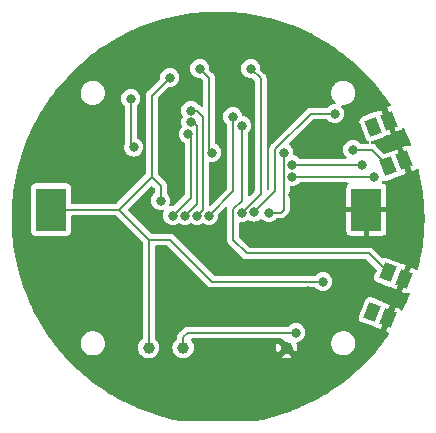
<source format=gbr>
%TF.GenerationSoftware,KiCad,Pcbnew,7.0.11*%
%TF.CreationDate,2024-11-14T13:48:53-05:00*%
%TF.ProjectId,IO_watch,494f5f77-6174-4636-982e-6b696361645f,rev?*%
%TF.SameCoordinates,Original*%
%TF.FileFunction,Copper,L2,Bot*%
%TF.FilePolarity,Positive*%
%FSLAX46Y46*%
G04 Gerber Fmt 4.6, Leading zero omitted, Abs format (unit mm)*
G04 Created by KiCad (PCBNEW 7.0.11) date 2024-11-14 13:48:53*
%MOMM*%
%LPD*%
G01*
G04 APERTURE LIST*
G04 Aperture macros list*
%AMRotRect*
0 Rectangle, with rotation*
0 The origin of the aperture is its center*
0 $1 length*
0 $2 width*
0 $3 Rotation angle, in degrees counterclockwise*
0 Add horizontal line*
21,1,$1,$2,0,0,$3*%
G04 Aperture macros list end*
%TA.AperFunction,SMDPad,CuDef*%
%ADD10RotRect,1.400000X1.050000X291.400000*%
%TD*%
%TA.AperFunction,SMDPad,CuDef*%
%ADD11C,1.000000*%
%TD*%
%TA.AperFunction,SMDPad,CuDef*%
%ADD12R,2.590000X3.610000*%
%TD*%
%TA.AperFunction,SMDPad,CuDef*%
%ADD13RotRect,1.400000X1.050000X248.600000*%
%TD*%
%TA.AperFunction,ViaPad*%
%ADD14C,0.800000*%
%TD*%
%TA.AperFunction,Conductor*%
%ADD15C,0.203200*%
%TD*%
G04 APERTURE END LIST*
D10*
%TO.P,S1,2_2*%
%TO.N,GND*%
X148651794Y-77103365D03*
%TO.P,S1,2_1*%
X147338237Y-73751564D03*
%TO.P,S1,1_2*%
%TO.N,/D2*%
X147301763Y-77632436D03*
%TO.P,S1,1_1*%
X145988206Y-74280635D03*
%TD*%
D11*
%TO.P,TP5,1,1*%
%TO.N,GND*%
X138684000Y-92964000D03*
%TD*%
D12*
%TO.P,BT1,N*%
%TO.N,VCC*%
X118720000Y-81280000D03*
%TO.P,BT1,P*%
%TO.N,GND*%
X145440000Y-81280000D03*
%TD*%
D13*
%TO.P,S2,1_1*%
%TO.N,/D3*%
X147239969Y-86592929D03*
%TO.P,S2,1_2*%
X145926412Y-89944730D03*
%TO.P,S2,2_1*%
%TO.N,GND*%
X148590000Y-87122000D03*
%TO.P,S2,2_2*%
X147276443Y-90473801D03*
%TD*%
D11*
%TO.P,TP1,1,1*%
%TO.N,VCC*%
X127000000Y-92964000D03*
%TD*%
%TO.P,TP2,1,1*%
%TO.N,/D-*%
X129921000Y-92964000D03*
%TD*%
D14*
%TO.N,VCC*%
X128016000Y-80518000D03*
X141732000Y-87376000D03*
X128778000Y-70104000D03*
%TO.N,GND*%
X140462000Y-88138000D03*
X133067600Y-74676000D03*
X139192000Y-80010000D03*
X148844000Y-84582000D03*
%TO.N,/D-*%
X139446000Y-91694000D03*
%TO.N,/A0*%
X134874000Y-81534000D03*
X135636000Y-69342000D03*
%TO.N,/A1*%
X142748000Y-73152000D03*
X135910241Y-81489972D03*
%TO.N,/A2*%
X139131600Y-78492000D03*
X146050000Y-78486000D03*
%TO.N,/A3*%
X139131600Y-77470000D03*
X145034000Y-77470000D03*
%TO.N,/D4*%
X134112000Y-73406000D03*
X132080000Y-81788000D03*
%TO.N,/D5*%
X131064000Y-81788000D03*
X130556000Y-72898000D03*
%TO.N,/D6*%
X130048000Y-81788000D03*
X130556000Y-73898003D03*
%TO.N,/D7*%
X130362400Y-74898006D03*
X129032000Y-81788000D03*
%TO.N,/D9*%
X125476000Y-71882000D03*
X125730000Y-75993600D03*
%TO.N,/D10*%
X132334000Y-76454000D03*
X131318000Y-69342000D03*
%TO.N,/SDA*%
X138430000Y-76454000D03*
X137160000Y-81534000D03*
%TO.N,/D2*%
X144272000Y-76200000D03*
%TO.N,/D3*%
X134874000Y-74168000D03*
%TD*%
D15*
%TO.N,VCC*%
X124460000Y-81280000D02*
X127000000Y-83820000D01*
X136335790Y-87376000D02*
X141732000Y-87376000D01*
X128016000Y-79248000D02*
X127254000Y-78486000D01*
X124460000Y-81280000D02*
X118720000Y-81280000D01*
X128016000Y-80518000D02*
X128016000Y-79248000D01*
X128778000Y-83820000D02*
X127000000Y-83820000D01*
X132334000Y-87376000D02*
X128778000Y-83820000D01*
X127000000Y-83820000D02*
X127000000Y-92964000D01*
X136335790Y-87376000D02*
X132334000Y-87376000D01*
X127254000Y-71628000D02*
X127254000Y-78486000D01*
X128778000Y-70104000D02*
X127254000Y-71628000D01*
X127254000Y-78486000D02*
X124460000Y-81280000D01*
%TO.N,/D-*%
X129921000Y-92964000D02*
X129921000Y-92075000D01*
X129921000Y-92075000D02*
X130302000Y-91694000D01*
X130302000Y-91694000D02*
X139446000Y-91694000D01*
%TO.N,/A0*%
X136475000Y-79933000D02*
X136475000Y-70181000D01*
X136475000Y-70181000D02*
X135636000Y-69342000D01*
X134874000Y-81534000D02*
X136475000Y-79933000D01*
%TO.N,/A1*%
X140716000Y-73152000D02*
X142748000Y-73152000D01*
X135910241Y-81489972D02*
X135934028Y-81489972D01*
X137725000Y-79699000D02*
X137725000Y-76143000D01*
X137725000Y-76143000D02*
X140716000Y-73152000D01*
X135934028Y-81489972D02*
X137725000Y-79699000D01*
%TO.N,/A2*%
X146050000Y-78486000D02*
X139137600Y-78486000D01*
X139137600Y-78486000D02*
X139131600Y-78492000D01*
%TO.N,/A3*%
X139131600Y-77470000D02*
X145034000Y-77470000D01*
%TO.N,/D4*%
X134125000Y-79743000D02*
X134125000Y-73419000D01*
X134125000Y-73419000D02*
X134112000Y-73406000D01*
X132080000Y-81788000D02*
X134125000Y-79743000D01*
%TO.N,/D5*%
X131064000Y-72898000D02*
X130556000Y-72898000D01*
X131572000Y-73406000D02*
X131064000Y-72898000D01*
X131064000Y-81788000D02*
X131572000Y-81280000D01*
X131572000Y-81280000D02*
X131572000Y-73406000D01*
%TO.N,/D6*%
X130794003Y-73898003D02*
X130556000Y-73898003D01*
X130048000Y-81788000D02*
X131064000Y-80772000D01*
X131064000Y-80772000D02*
X131064000Y-74168000D01*
X131064000Y-74168000D02*
X130794003Y-73898003D01*
%TO.N,/D7*%
X129032000Y-81788000D02*
X130556000Y-80264000D01*
X130556000Y-80264000D02*
X130556000Y-75091606D01*
X130556000Y-75091606D02*
X130362400Y-74898006D01*
%TO.N,/D9*%
X125730000Y-75993600D02*
X125476000Y-75739600D01*
X125476000Y-75739600D02*
X125476000Y-71882000D01*
%TO.N,/D10*%
X132334000Y-76454000D02*
X132080000Y-76200000D01*
X132080000Y-70104000D02*
X131318000Y-69342000D01*
X132080000Y-76200000D02*
X132080000Y-70104000D01*
%TO.N,/SDA*%
X138430000Y-81280000D02*
X138430000Y-76454000D01*
X137160000Y-81534000D02*
X138176000Y-81534000D01*
X138176000Y-81534000D02*
X138430000Y-81280000D01*
%TO.N,/D2*%
X145869327Y-76200000D02*
X147301763Y-77632436D01*
X144272000Y-76200000D02*
X145869327Y-76200000D01*
%TO.N,/D3*%
X134874000Y-74168000D02*
X134900000Y-74194000D01*
X135292000Y-85000000D02*
X145647040Y-85000000D01*
X134172400Y-83880400D02*
X135292000Y-85000000D01*
X134900000Y-74194000D02*
X134900000Y-80515787D01*
X145647040Y-85000000D02*
X147239969Y-86592929D01*
X134900000Y-80515787D02*
X134172400Y-81243387D01*
X134172400Y-81243387D02*
X134172400Y-83880400D01*
%TD*%
%TA.AperFunction,Conductor*%
%TO.N,GND*%
G36*
X133108196Y-64519928D02*
G01*
X133110446Y-64519956D01*
X133487986Y-64529160D01*
X133490200Y-64529240D01*
X133941058Y-64550869D01*
X133943333Y-64551005D01*
X134320100Y-64578279D01*
X134322168Y-64578453D01*
X134771545Y-64621473D01*
X134773853Y-64621722D01*
X135148682Y-64666977D01*
X135150912Y-64667272D01*
X135597696Y-64731578D01*
X135600126Y-64731958D01*
X135972303Y-64795095D01*
X135974329Y-64795462D01*
X136417719Y-64880943D01*
X136420163Y-64881447D01*
X136788770Y-64962302D01*
X136790852Y-64962783D01*
X137229719Y-65069233D01*
X137232016Y-65069821D01*
X137596463Y-65168264D01*
X137598328Y-65168791D01*
X138031732Y-65295987D01*
X138034174Y-65296739D01*
X138393233Y-65412433D01*
X138395168Y-65413080D01*
X138822104Y-65560736D01*
X138824472Y-65561589D01*
X139177537Y-65694323D01*
X139179350Y-65695026D01*
X139598965Y-65862860D01*
X139601388Y-65863866D01*
X139947441Y-66013241D01*
X139949242Y-66014041D01*
X140360527Y-66201664D01*
X140362978Y-66202823D01*
X140506833Y-66273269D01*
X140701298Y-66368500D01*
X140702966Y-66369337D01*
X141055487Y-66550849D01*
X141105096Y-66576393D01*
X141107523Y-66577686D01*
X141437350Y-66759274D01*
X141439051Y-66760233D01*
X141830961Y-66986189D01*
X141833286Y-66987572D01*
X142153921Y-67184667D01*
X142155543Y-67185686D01*
X142536482Y-67430129D01*
X142538838Y-67431689D01*
X142849374Y-67643705D01*
X142850914Y-67644778D01*
X143055269Y-67790056D01*
X143220061Y-67907209D01*
X143222328Y-67908870D01*
X143522220Y-68135404D01*
X143523576Y-68136448D01*
X143645755Y-68232357D01*
X143880082Y-68416301D01*
X143882338Y-68418126D01*
X144170774Y-68658533D01*
X144172147Y-68659699D01*
X144232834Y-68712181D01*
X144515145Y-68956324D01*
X144517238Y-68958188D01*
X144793723Y-69212025D01*
X144794986Y-69213207D01*
X145114801Y-69517500D01*
X145123677Y-69525945D01*
X145125803Y-69528029D01*
X145389478Y-69794465D01*
X145390681Y-69795702D01*
X145423223Y-69829752D01*
X145655865Y-70073174D01*
X145704436Y-70123995D01*
X145706486Y-70126207D01*
X145956796Y-70404619D01*
X145957914Y-70405883D01*
X146256018Y-70749044D01*
X146257984Y-70751380D01*
X146494429Y-71041148D01*
X146495462Y-71042434D01*
X146777155Y-71399644D01*
X146779031Y-71402101D01*
X147001144Y-71702599D01*
X147002091Y-71703903D01*
X147266700Y-72074365D01*
X147268479Y-72076940D01*
X147475625Y-72387238D01*
X147492208Y-72446133D01*
X147471007Y-72503528D01*
X147429409Y-72534380D01*
X147169636Y-72636183D01*
X147479782Y-73427581D01*
X147972364Y-74684504D01*
X148257718Y-74572675D01*
X148339510Y-74524690D01*
X148339512Y-74524688D01*
X148423637Y-74429937D01*
X148423639Y-74429933D01*
X148436249Y-74401071D01*
X148476871Y-74355316D01*
X148536629Y-74342176D01*
X148592697Y-74366671D01*
X148616329Y-74398092D01*
X148689918Y-74552414D01*
X148696383Y-74565970D01*
X148696988Y-74567263D01*
X148723036Y-74624027D01*
X148887747Y-74982975D01*
X148889065Y-74985978D01*
X149032509Y-75328039D01*
X149033050Y-75329355D01*
X149204101Y-75754273D01*
X149205288Y-75757371D01*
X149215457Y-75785299D01*
X149217600Y-75846447D01*
X149183392Y-75897176D01*
X149125900Y-75918110D01*
X149082798Y-75909891D01*
X148987271Y-75868156D01*
X148861163Y-75855792D01*
X148768547Y-75876156D01*
X148483193Y-75987984D01*
X148793339Y-76779382D01*
X149285921Y-78036305D01*
X149571275Y-77924476D01*
X149653067Y-77876491D01*
X149653068Y-77876490D01*
X149691438Y-77833273D01*
X149744211Y-77802311D01*
X149805104Y-77808281D01*
X149850859Y-77848902D01*
X149861629Y-77875450D01*
X149927946Y-78146225D01*
X149928705Y-78149573D01*
X150003811Y-78509869D01*
X150004062Y-78511114D01*
X150092333Y-78963551D01*
X150092938Y-78966969D01*
X150150562Y-79329514D01*
X150150748Y-79330732D01*
X150217570Y-79787786D01*
X150218016Y-79791266D01*
X150258121Y-80155272D01*
X150258244Y-80156460D01*
X150303368Y-80617016D01*
X150303651Y-80620551D01*
X150326228Y-80985148D01*
X150326292Y-80986303D01*
X150349541Y-81449427D01*
X150349656Y-81453009D01*
X150354738Y-81817038D01*
X150354748Y-81818157D01*
X150355982Y-82283121D01*
X150355925Y-82286743D01*
X150343610Y-82649485D01*
X150343567Y-82650565D01*
X150322670Y-83116136D01*
X150322439Y-83119788D01*
X150292880Y-83480248D01*
X150292789Y-83481288D01*
X150249683Y-83946663D01*
X150249273Y-83950338D01*
X150202673Y-84307578D01*
X150202538Y-84308574D01*
X150137192Y-84772723D01*
X150136602Y-84776411D01*
X150073205Y-85129612D01*
X150073029Y-85130563D01*
X149985443Y-85592525D01*
X149984670Y-85596219D01*
X149904830Y-85944263D01*
X149904618Y-85945168D01*
X149806204Y-86356436D01*
X149774273Y-86408628D01*
X149717763Y-86432085D01*
X149658257Y-86417846D01*
X149635890Y-86399125D01*
X149591276Y-86348875D01*
X149591271Y-86348871D01*
X149509487Y-86300890D01*
X149224127Y-86189058D01*
X148731545Y-87445983D01*
X148731544Y-87445983D01*
X148421398Y-88237378D01*
X148421399Y-88237379D01*
X148706741Y-88349204D01*
X148706749Y-88349206D01*
X148799369Y-88369571D01*
X148925475Y-88357208D01*
X148987004Y-88330327D01*
X149047897Y-88324356D01*
X149100671Y-88355318D01*
X149125166Y-88411386D01*
X149118672Y-88457529D01*
X148994108Y-88771768D01*
X148992589Y-88775388D01*
X148851340Y-89094205D01*
X148851023Y-89094914D01*
X148653014Y-89532534D01*
X148651308Y-89536112D01*
X148529202Y-89779535D01*
X148486210Y-89823071D01*
X148425840Y-89833023D01*
X148371150Y-89805589D01*
X148366679Y-89800875D01*
X148277718Y-89700676D01*
X148277714Y-89700672D01*
X148195930Y-89652691D01*
X147910570Y-89540859D01*
X147417988Y-90797784D01*
X147417987Y-90797784D01*
X147107841Y-91589179D01*
X147298253Y-91663801D01*
X147345533Y-91702638D01*
X147360956Y-91761847D01*
X147343354Y-91812577D01*
X147223348Y-91984788D01*
X147222989Y-91985300D01*
X146938759Y-92387730D01*
X146936315Y-92391041D01*
X146733660Y-92654055D01*
X146733300Y-92654520D01*
X146427601Y-93046431D01*
X146424979Y-93049651D01*
X146212951Y-93299148D01*
X146212593Y-93299566D01*
X145885634Y-93680003D01*
X145882836Y-93683123D01*
X145662891Y-93918142D01*
X145662540Y-93918515D01*
X145314051Y-94287047D01*
X145311081Y-94290057D01*
X145084754Y-94509796D01*
X145084413Y-94510125D01*
X144714189Y-94866142D01*
X144711051Y-94869033D01*
X144480040Y-95072767D01*
X144479712Y-95073054D01*
X144087383Y-95415999D01*
X144084081Y-95418761D01*
X143850900Y-95605347D01*
X143850588Y-95605596D01*
X143435071Y-95935348D01*
X143431612Y-95937972D01*
X143198508Y-96106848D01*
X143198216Y-96107058D01*
X142758749Y-96423006D01*
X142755137Y-96425484D01*
X142525397Y-96575698D01*
X142525126Y-96575874D01*
X142059965Y-96877856D01*
X142056206Y-96880179D01*
X141834339Y-97010526D01*
X141834094Y-97010670D01*
X141340252Y-97298897D01*
X141336354Y-97301055D01*
X141128194Y-97410299D01*
X141127975Y-97410414D01*
X140601293Y-97685146D01*
X140597263Y-97687133D01*
X140411907Y-97773356D01*
X140411717Y-97773444D01*
X139844774Y-98035719D01*
X139840619Y-98037527D01*
X139692387Y-98098028D01*
X139692229Y-98098093D01*
X139072351Y-98349849D01*
X139068078Y-98351470D01*
X138982812Y-98381596D01*
X138982687Y-98381640D01*
X138286530Y-98626550D01*
X138282058Y-98628005D01*
X137490853Y-98864777D01*
X137486317Y-98866018D01*
X136684756Y-99064952D01*
X136680166Y-99065976D01*
X135890292Y-99222609D01*
X135871035Y-99224500D01*
X129877217Y-99224500D01*
X129857877Y-99222593D01*
X129055217Y-99062710D01*
X129050628Y-99061682D01*
X128249237Y-98862063D01*
X128244702Y-98860818D01*
X127453700Y-98623367D01*
X127449229Y-98621908D01*
X126753641Y-98376529D01*
X126753516Y-98376485D01*
X126667897Y-98346152D01*
X126663626Y-98344527D01*
X126043684Y-98092126D01*
X126043696Y-98092094D01*
X126043525Y-98092061D01*
X125895689Y-98031574D01*
X125891535Y-98029763D01*
X125324390Y-97766804D01*
X125324200Y-97766716D01*
X125139317Y-97680520D01*
X125135289Y-97678529D01*
X124608645Y-97403243D01*
X124608673Y-97403189D01*
X124608425Y-97403128D01*
X124400537Y-97293801D01*
X124396641Y-97291639D01*
X123903161Y-97003056D01*
X123902915Y-97002912D01*
X123681055Y-96872313D01*
X123677299Y-96869987D01*
X123212354Y-96567578D01*
X123212084Y-96567402D01*
X122982498Y-96417009D01*
X122978888Y-96414528D01*
X122551984Y-96107058D01*
X122539498Y-96098065D01*
X122306448Y-95928922D01*
X122302991Y-95926295D01*
X121920498Y-95622216D01*
X121887721Y-95596158D01*
X121887426Y-95595922D01*
X121654421Y-95409149D01*
X121651168Y-95406424D01*
X121258839Y-95062888D01*
X121258586Y-95062665D01*
X121039408Y-94869033D01*
X121027932Y-94858894D01*
X121024824Y-94856027D01*
X120654553Y-94499353D01*
X120439350Y-94290057D01*
X120428399Y-94279406D01*
X120425434Y-94276396D01*
X120077116Y-93907411D01*
X120076766Y-93907038D01*
X119857188Y-93672008D01*
X119854392Y-93668886D01*
X119822931Y-93632216D01*
X119527566Y-93287945D01*
X119527278Y-93287607D01*
X119342500Y-93069798D01*
X119315550Y-93038030D01*
X119312962Y-93034846D01*
X119007454Y-92642486D01*
X119007310Y-92642300D01*
X118976776Y-92602602D01*
X121237784Y-92602602D01*
X121245231Y-92678209D01*
X121245708Y-92687913D01*
X121245708Y-92703228D01*
X121248177Y-92715643D01*
X121248696Y-92718249D01*
X121250121Y-92727861D01*
X121257566Y-92803462D01*
X121257567Y-92803468D01*
X121279623Y-92876175D01*
X121281982Y-92885594D01*
X121284453Y-92898011D01*
X121284971Y-92900617D01*
X121284971Y-92900618D01*
X121290829Y-92914761D01*
X121294101Y-92923904D01*
X121306264Y-92963999D01*
X121316159Y-92996617D01*
X121344506Y-93049651D01*
X121351970Y-93063614D01*
X121356124Y-93072398D01*
X121361985Y-93086549D01*
X121361988Y-93086553D01*
X121370491Y-93099279D01*
X121370499Y-93099290D01*
X121375484Y-93107606D01*
X121411306Y-93174624D01*
X121411307Y-93174625D01*
X121411308Y-93174627D01*
X121459499Y-93233347D01*
X121465286Y-93241150D01*
X121473796Y-93253886D01*
X121473797Y-93253887D01*
X121473800Y-93253891D01*
X121484643Y-93264734D01*
X121491151Y-93271915D01*
X121504029Y-93287607D01*
X121539349Y-93330645D01*
X121539354Y-93330650D01*
X121541339Y-93332279D01*
X121598086Y-93378850D01*
X121605263Y-93385354D01*
X121616109Y-93396200D01*
X121616112Y-93396202D01*
X121628847Y-93404712D01*
X121636647Y-93410497D01*
X121692203Y-93456090D01*
X121695376Y-93458694D01*
X121762396Y-93494517D01*
X121770689Y-93499487D01*
X121783447Y-93508012D01*
X121797618Y-93513882D01*
X121806362Y-93518017D01*
X121873383Y-93553841D01*
X121946089Y-93575896D01*
X121955235Y-93579169D01*
X121969372Y-93585025D01*
X121969377Y-93585026D01*
X121969383Y-93585029D01*
X121984410Y-93588018D01*
X121993813Y-93590373D01*
X122066532Y-93612432D01*
X122066533Y-93612432D01*
X122066536Y-93612433D01*
X122103689Y-93616091D01*
X122142150Y-93619879D01*
X122151745Y-93621302D01*
X122166772Y-93624292D01*
X122166775Y-93624292D01*
X122182086Y-93624292D01*
X122191790Y-93624769D01*
X122267397Y-93632216D01*
X122267400Y-93632216D01*
X122267403Y-93632216D01*
X122343010Y-93624769D01*
X122352714Y-93624292D01*
X122368026Y-93624292D01*
X122368028Y-93624292D01*
X122383072Y-93621299D01*
X122392612Y-93619883D01*
X122468268Y-93612432D01*
X122540996Y-93590370D01*
X122550374Y-93588021D01*
X122565417Y-93585029D01*
X122579582Y-93579161D01*
X122588700Y-93575899D01*
X122661417Y-93553841D01*
X122728427Y-93518022D01*
X122737191Y-93513877D01*
X122751353Y-93508012D01*
X122764118Y-93499482D01*
X122772375Y-93494532D01*
X122839424Y-93458694D01*
X122898155Y-93410494D01*
X122905955Y-93404710D01*
X122914949Y-93398700D01*
X122918691Y-93396200D01*
X122929542Y-93385348D01*
X122936690Y-93378869D01*
X122995448Y-93330648D01*
X123043669Y-93271890D01*
X123050148Y-93264742D01*
X123061000Y-93253891D01*
X123069510Y-93241155D01*
X123075299Y-93233349D01*
X123077433Y-93230749D01*
X123123494Y-93174624D01*
X123159332Y-93107575D01*
X123164282Y-93099318D01*
X123172812Y-93086553D01*
X123178677Y-93072391D01*
X123182822Y-93063627D01*
X123218641Y-92996617D01*
X123240699Y-92923900D01*
X123243961Y-92914782D01*
X123249829Y-92900617D01*
X123252821Y-92885574D01*
X123255170Y-92876196D01*
X123277232Y-92803468D01*
X123284682Y-92727818D01*
X123286100Y-92718269D01*
X123289092Y-92703228D01*
X123289661Y-92680001D01*
X123290105Y-92672764D01*
X123297016Y-92602600D01*
X123290105Y-92532438D01*
X123289661Y-92525196D01*
X123289092Y-92501972D01*
X123286099Y-92486927D01*
X123284683Y-92477384D01*
X123277232Y-92401732D01*
X123255173Y-92329013D01*
X123252817Y-92319604D01*
X123249829Y-92304583D01*
X123249826Y-92304577D01*
X123249825Y-92304572D01*
X123243969Y-92290435D01*
X123240695Y-92281286D01*
X123220805Y-92215718D01*
X123218641Y-92208583D01*
X123182817Y-92141562D01*
X123178682Y-92132818D01*
X123172812Y-92118647D01*
X123164287Y-92105889D01*
X123159317Y-92097596D01*
X123123494Y-92030576D01*
X123121362Y-92027978D01*
X123075297Y-91971847D01*
X123069512Y-91964047D01*
X123061002Y-91951312D01*
X123061000Y-91951309D01*
X123050154Y-91940463D01*
X123043650Y-91933286D01*
X123007674Y-91889449D01*
X122995450Y-91874554D01*
X122995445Y-91874549D01*
X122943470Y-91831895D01*
X122936715Y-91826351D01*
X122929534Y-91819843D01*
X122918691Y-91809000D01*
X122918687Y-91808997D01*
X122918686Y-91808996D01*
X122905950Y-91800486D01*
X122898147Y-91794699D01*
X122839427Y-91746508D01*
X122839425Y-91746507D01*
X122839424Y-91746506D01*
X122772406Y-91710684D01*
X122764095Y-91705702D01*
X122757210Y-91701101D01*
X122751349Y-91697185D01*
X122737198Y-91691324D01*
X122728414Y-91687170D01*
X122723555Y-91684573D01*
X122666850Y-91654263D01*
X122661421Y-91651361D01*
X122661420Y-91651360D01*
X122661417Y-91651359D01*
X122629909Y-91641801D01*
X122588704Y-91629301D01*
X122579561Y-91626029D01*
X122565418Y-91620171D01*
X122558869Y-91618868D01*
X122550394Y-91617182D01*
X122540975Y-91614823D01*
X122468268Y-91592767D01*
X122468262Y-91592766D01*
X122392661Y-91585321D01*
X122383051Y-91583896D01*
X122368028Y-91580908D01*
X122352714Y-91580908D01*
X122343010Y-91580431D01*
X122267403Y-91572984D01*
X122267397Y-91572984D01*
X122191790Y-91580431D01*
X122182086Y-91580908D01*
X122166767Y-91580908D01*
X122151745Y-91583896D01*
X122142140Y-91585320D01*
X122066537Y-91592766D01*
X121993824Y-91614823D01*
X121984404Y-91617182D01*
X121969387Y-91620169D01*
X121955228Y-91626033D01*
X121946091Y-91629301D01*
X121873393Y-91651355D01*
X121873373Y-91651363D01*
X121806378Y-91687173D01*
X121797599Y-91691326D01*
X121796853Y-91691635D01*
X121783455Y-91697185D01*
X121783445Y-91697189D01*
X121770704Y-91705702D01*
X121762375Y-91710694D01*
X121695378Y-91746504D01*
X121636644Y-91794704D01*
X121628850Y-91800484D01*
X121616115Y-91808994D01*
X121616107Y-91809001D01*
X121605275Y-91819833D01*
X121598080Y-91826354D01*
X121539357Y-91874547D01*
X121539347Y-91874557D01*
X121491154Y-91933280D01*
X121484633Y-91940475D01*
X121473801Y-91951307D01*
X121473794Y-91951315D01*
X121465284Y-91964050D01*
X121459504Y-91971844D01*
X121411304Y-92030578D01*
X121375494Y-92097575D01*
X121370502Y-92105904D01*
X121361989Y-92118645D01*
X121356126Y-92132799D01*
X121351973Y-92141578D01*
X121316163Y-92208573D01*
X121316155Y-92208593D01*
X121294101Y-92281291D01*
X121290833Y-92290428D01*
X121284969Y-92304587D01*
X121281982Y-92319604D01*
X121279623Y-92329024D01*
X121257566Y-92401737D01*
X121250120Y-92477340D01*
X121248696Y-92486945D01*
X121245708Y-92501967D01*
X121245708Y-92517285D01*
X121245231Y-92526989D01*
X121237784Y-92602597D01*
X121237784Y-92602602D01*
X118976776Y-92602602D01*
X118804774Y-92378974D01*
X118802365Y-92375704D01*
X118580206Y-92060586D01*
X118518389Y-91972902D01*
X118518030Y-91972390D01*
X118326021Y-91696349D01*
X118323762Y-91692954D01*
X118250528Y-91577831D01*
X118061014Y-91279918D01*
X117880323Y-90991624D01*
X117878274Y-90988200D01*
X117832816Y-90908633D01*
X117637132Y-90566118D01*
X117636988Y-90565863D01*
X117468759Y-90266500D01*
X117466907Y-90263041D01*
X117247318Y-89832411D01*
X117092228Y-89522568D01*
X117090548Y-89519037D01*
X116892876Y-89081167D01*
X116892746Y-89080874D01*
X116751581Y-88761509D01*
X116750094Y-88757956D01*
X116574369Y-88313543D01*
X116574164Y-88313017D01*
X116447631Y-87985140D01*
X116446309Y-87981503D01*
X116292498Y-87531034D01*
X116292452Y-87530898D01*
X116181026Y-87195125D01*
X116179918Y-87191558D01*
X116048246Y-86736279D01*
X116048009Y-86735441D01*
X116001893Y-86570435D01*
X115952401Y-86393350D01*
X115951462Y-86389718D01*
X115841944Y-85930315D01*
X115841855Y-85929934D01*
X115762243Y-85581511D01*
X115761503Y-85577962D01*
X115674260Y-85115652D01*
X115674132Y-85114955D01*
X115611023Y-84761623D01*
X115610438Y-84757941D01*
X115599971Y-84683131D01*
X115545449Y-84293444D01*
X115545393Y-84293025D01*
X115499054Y-83935408D01*
X115498659Y-83931835D01*
X115455942Y-83466301D01*
X115455856Y-83465306D01*
X115454597Y-83449791D01*
X115427554Y-83116521D01*
X117024500Y-83116521D01*
X117024501Y-83116523D01*
X117039352Y-83210299D01*
X117039354Y-83210304D01*
X117096950Y-83323342D01*
X117186658Y-83413050D01*
X117299696Y-83470646D01*
X117393481Y-83485500D01*
X120046518Y-83485499D01*
X120046521Y-83485499D01*
X120046522Y-83485498D01*
X120093411Y-83478072D01*
X120140299Y-83470647D01*
X120140299Y-83470646D01*
X120140304Y-83470646D01*
X120253342Y-83413050D01*
X120343050Y-83323342D01*
X120400646Y-83210304D01*
X120411926Y-83139081D01*
X120415500Y-83116521D01*
X120415500Y-81881100D01*
X120434407Y-81822909D01*
X120483907Y-81786945D01*
X120514500Y-81782100D01*
X124211015Y-81782100D01*
X124269206Y-81801007D01*
X124281019Y-81811096D01*
X126468904Y-83998980D01*
X126496681Y-84053497D01*
X126497900Y-84068984D01*
X126497900Y-92165274D01*
X126478993Y-92223465D01*
X126457092Y-92245366D01*
X126394126Y-92291113D01*
X126394124Y-92291116D01*
X126267469Y-92431781D01*
X126267465Y-92431787D01*
X126172825Y-92595706D01*
X126172819Y-92595720D01*
X126114327Y-92775738D01*
X126114326Y-92775742D01*
X126114326Y-92775744D01*
X126094540Y-92964000D01*
X126114315Y-93152156D01*
X126114327Y-93152261D01*
X126172819Y-93332279D01*
X126172825Y-93332293D01*
X126213136Y-93402112D01*
X126267467Y-93496216D01*
X126267469Y-93496218D01*
X126384557Y-93626258D01*
X126394129Y-93636888D01*
X126547270Y-93748151D01*
X126720197Y-93825144D01*
X126905354Y-93864500D01*
X126905357Y-93864500D01*
X127094643Y-93864500D01*
X127094646Y-93864500D01*
X127279803Y-93825144D01*
X127452730Y-93748151D01*
X127605871Y-93636888D01*
X127732533Y-93496216D01*
X127827179Y-93332284D01*
X127885674Y-93152256D01*
X127905460Y-92964000D01*
X129015540Y-92964000D01*
X129035315Y-93152156D01*
X129035327Y-93152261D01*
X129093819Y-93332279D01*
X129093825Y-93332293D01*
X129134136Y-93402112D01*
X129188467Y-93496216D01*
X129188469Y-93496218D01*
X129305557Y-93626258D01*
X129315129Y-93636888D01*
X129468270Y-93748151D01*
X129641197Y-93825144D01*
X129826354Y-93864500D01*
X129826357Y-93864500D01*
X130015643Y-93864500D01*
X130015646Y-93864500D01*
X130200803Y-93825144D01*
X130359268Y-93754590D01*
X138246961Y-93754590D01*
X138404352Y-93824664D01*
X138404356Y-93824665D01*
X138589408Y-93864000D01*
X138778592Y-93864000D01*
X138963643Y-93824665D01*
X138963647Y-93824664D01*
X139121035Y-93754589D01*
X138683999Y-93317553D01*
X138246962Y-93754590D01*
X138246961Y-93754590D01*
X130359268Y-93754590D01*
X130373730Y-93748151D01*
X130526871Y-93636888D01*
X130653533Y-93496216D01*
X130748179Y-93332284D01*
X130806674Y-93152256D01*
X130826460Y-92964000D01*
X137779043Y-92964000D01*
X137798819Y-93152156D01*
X137857279Y-93332074D01*
X137857285Y-93332088D01*
X137895744Y-93398700D01*
X138330445Y-92963999D01*
X137895744Y-92529298D01*
X137857280Y-92595921D01*
X137798819Y-92775843D01*
X137779043Y-92964000D01*
X130826460Y-92964000D01*
X130806674Y-92775744D01*
X130748179Y-92595716D01*
X130748176Y-92595711D01*
X130748174Y-92595706D01*
X130683879Y-92484345D01*
X130653533Y-92431784D01*
X130590107Y-92361343D01*
X130565221Y-92305449D01*
X130577942Y-92245600D01*
X130623412Y-92204659D01*
X130663679Y-92196100D01*
X138228645Y-92196100D01*
X138286836Y-92215007D01*
X138298649Y-92225096D01*
X138684000Y-92610447D01*
X139472254Y-93398700D01*
X139510717Y-93332082D01*
X139510722Y-93332070D01*
X139569180Y-93152156D01*
X139588956Y-92964000D01*
X139569180Y-92775845D01*
X139515722Y-92611321D01*
X139515722Y-92600002D01*
X142440384Y-92600002D01*
X142447831Y-92675609D01*
X142448308Y-92685313D01*
X142448308Y-92700628D01*
X142451296Y-92715649D01*
X142452721Y-92725261D01*
X142460166Y-92800862D01*
X142460167Y-92800868D01*
X142482223Y-92873575D01*
X142484582Y-92882994D01*
X142485101Y-92885599D01*
X142487571Y-92898017D01*
X142487571Y-92898018D01*
X142493429Y-92912161D01*
X142496701Y-92921304D01*
X142509201Y-92962509D01*
X142518759Y-92994017D01*
X142540564Y-93034812D01*
X142554570Y-93061014D01*
X142558724Y-93069798D01*
X142564585Y-93083949D01*
X142566324Y-93086551D01*
X142573091Y-93096679D01*
X142573099Y-93096690D01*
X142578084Y-93105006D01*
X142613906Y-93172024D01*
X142613907Y-93172025D01*
X142613908Y-93172027D01*
X142662099Y-93230747D01*
X142667886Y-93238550D01*
X142676396Y-93251286D01*
X142676397Y-93251287D01*
X142676400Y-93251291D01*
X142687243Y-93262134D01*
X142693751Y-93269315D01*
X142695894Y-93271926D01*
X142741949Y-93328045D01*
X142741954Y-93328050D01*
X142756849Y-93340274D01*
X142800686Y-93376250D01*
X142807863Y-93382754D01*
X142818709Y-93393600D01*
X142818712Y-93393602D01*
X142831447Y-93402112D01*
X142839247Y-93407897D01*
X142897971Y-93456090D01*
X142897976Y-93456094D01*
X142964996Y-93491917D01*
X142973289Y-93496887D01*
X142986047Y-93505412D01*
X143000218Y-93511282D01*
X143008962Y-93515417D01*
X143075983Y-93551241D01*
X143148689Y-93573296D01*
X143157835Y-93576569D01*
X143171972Y-93582425D01*
X143171977Y-93582426D01*
X143171983Y-93582429D01*
X143187010Y-93585418D01*
X143196413Y-93587773D01*
X143269132Y-93609832D01*
X143269133Y-93609832D01*
X143269136Y-93609833D01*
X143306289Y-93613491D01*
X143344750Y-93617279D01*
X143354345Y-93618702D01*
X143369372Y-93621692D01*
X143369375Y-93621692D01*
X143384686Y-93621692D01*
X143394390Y-93622169D01*
X143469997Y-93629616D01*
X143470000Y-93629616D01*
X143470003Y-93629616D01*
X143545610Y-93622169D01*
X143555314Y-93621692D01*
X143570626Y-93621692D01*
X143570628Y-93621692D01*
X143585672Y-93618699D01*
X143595212Y-93617283D01*
X143670868Y-93609832D01*
X143743596Y-93587770D01*
X143752974Y-93585421D01*
X143768017Y-93582429D01*
X143782182Y-93576561D01*
X143791300Y-93573299D01*
X143864017Y-93551241D01*
X143931027Y-93515422D01*
X143939791Y-93511277D01*
X143953953Y-93505412D01*
X143966718Y-93496882D01*
X143974975Y-93491932D01*
X144042024Y-93456094D01*
X144100755Y-93407894D01*
X144108555Y-93402110D01*
X144113658Y-93398700D01*
X144121291Y-93393600D01*
X144132142Y-93382748D01*
X144139290Y-93376269D01*
X144198048Y-93328048D01*
X144246269Y-93269290D01*
X144252748Y-93262142D01*
X144263600Y-93251291D01*
X144272110Y-93238555D01*
X144277899Y-93230749D01*
X144277901Y-93230747D01*
X144326094Y-93172024D01*
X144361932Y-93104975D01*
X144366882Y-93096718D01*
X144375412Y-93083953D01*
X144381277Y-93069791D01*
X144385422Y-93061027D01*
X144421241Y-92994017D01*
X144443299Y-92921300D01*
X144446561Y-92912182D01*
X144452429Y-92898017D01*
X144455421Y-92882974D01*
X144457770Y-92873596D01*
X144479832Y-92800868D01*
X144487282Y-92725218D01*
X144488700Y-92715669D01*
X144491692Y-92700628D01*
X144492261Y-92677401D01*
X144492705Y-92670164D01*
X144499616Y-92600000D01*
X144499194Y-92595720D01*
X144498292Y-92586565D01*
X144492705Y-92529838D01*
X144492261Y-92522596D01*
X144491692Y-92499372D01*
X144488699Y-92484327D01*
X144487283Y-92474784D01*
X144479832Y-92399132D01*
X144457773Y-92326413D01*
X144455417Y-92317004D01*
X144452429Y-92301983D01*
X144452426Y-92301977D01*
X144452425Y-92301972D01*
X144446569Y-92287835D01*
X144443295Y-92278686D01*
X144421241Y-92205983D01*
X144385417Y-92138962D01*
X144381282Y-92130218D01*
X144375412Y-92116047D01*
X144366887Y-92103289D01*
X144361917Y-92094996D01*
X144326094Y-92027976D01*
X144326091Y-92027972D01*
X144277897Y-91969247D01*
X144272112Y-91961447D01*
X144263602Y-91948712D01*
X144263600Y-91948709D01*
X144252754Y-91937863D01*
X144246250Y-91930686D01*
X144204182Y-91879426D01*
X144198050Y-91871954D01*
X144198045Y-91871949D01*
X144172455Y-91850948D01*
X144139315Y-91823751D01*
X144132134Y-91817243D01*
X144121291Y-91806400D01*
X144121287Y-91806397D01*
X144121286Y-91806396D01*
X144108550Y-91797886D01*
X144100747Y-91792099D01*
X144042027Y-91743908D01*
X144042025Y-91743907D01*
X144042024Y-91743906D01*
X143975006Y-91708084D01*
X143966695Y-91703102D01*
X143956589Y-91696349D01*
X143953949Y-91694585D01*
X143939798Y-91688724D01*
X143931014Y-91684570D01*
X143892158Y-91663801D01*
X143887643Y-91661387D01*
X143864021Y-91648761D01*
X143864020Y-91648760D01*
X143864017Y-91648759D01*
X143832509Y-91639201D01*
X143791304Y-91626701D01*
X143782161Y-91623429D01*
X143768018Y-91617571D01*
X143761469Y-91616268D01*
X143752994Y-91614582D01*
X143743575Y-91612223D01*
X143670868Y-91590167D01*
X143670862Y-91590166D01*
X143595261Y-91582721D01*
X143585651Y-91581296D01*
X143570628Y-91578308D01*
X143555314Y-91578308D01*
X143545610Y-91577831D01*
X143470003Y-91570384D01*
X143469997Y-91570384D01*
X143394390Y-91577831D01*
X143384686Y-91578308D01*
X143369367Y-91578308D01*
X143354345Y-91581296D01*
X143344740Y-91582720D01*
X143269137Y-91590166D01*
X143196424Y-91612223D01*
X143187004Y-91614582D01*
X143171987Y-91617569D01*
X143157828Y-91623433D01*
X143148691Y-91626701D01*
X143075993Y-91648755D01*
X143075973Y-91648763D01*
X143008978Y-91684573D01*
X143000197Y-91688726D01*
X142986055Y-91694585D01*
X142986045Y-91694589D01*
X142973304Y-91703102D01*
X142964975Y-91708094D01*
X142897978Y-91743904D01*
X142839244Y-91792104D01*
X142831450Y-91797884D01*
X142818715Y-91806394D01*
X142818707Y-91806401D01*
X142807875Y-91817233D01*
X142800680Y-91823754D01*
X142741957Y-91871947D01*
X142741947Y-91871957D01*
X142693754Y-91930680D01*
X142687233Y-91937875D01*
X142676401Y-91948707D01*
X142676394Y-91948715D01*
X142667884Y-91961450D01*
X142662104Y-91969244D01*
X142613904Y-92027978D01*
X142578094Y-92094975D01*
X142573102Y-92103304D01*
X142567835Y-92111187D01*
X142564588Y-92116047D01*
X142563511Y-92118647D01*
X142558726Y-92130199D01*
X142554573Y-92138978D01*
X142518763Y-92205973D01*
X142518755Y-92205993D01*
X142496701Y-92278691D01*
X142493433Y-92287828D01*
X142487569Y-92301987D01*
X142484582Y-92317004D01*
X142482223Y-92326424D01*
X142460166Y-92399137D01*
X142452720Y-92474740D01*
X142451296Y-92484345D01*
X142448308Y-92499367D01*
X142448308Y-92514685D01*
X142447831Y-92524389D01*
X142440384Y-92599997D01*
X142440384Y-92600002D01*
X139515722Y-92600002D01*
X139515721Y-92550135D01*
X139551684Y-92500635D01*
X139598789Y-92482349D01*
X139625255Y-92479368D01*
X139638493Y-92474736D01*
X139640667Y-92473974D01*
X139795522Y-92419789D01*
X139948262Y-92323816D01*
X140075816Y-92196262D01*
X140171789Y-92043522D01*
X140230350Y-91876164D01*
X140231366Y-91873261D01*
X140231367Y-91873257D01*
X140231368Y-91873255D01*
X140251565Y-91694000D01*
X140231368Y-91514745D01*
X140171789Y-91344478D01*
X140161810Y-91328597D01*
X140075818Y-91191741D01*
X140075817Y-91191740D01*
X140075816Y-91191738D01*
X139948262Y-91064184D01*
X139948259Y-91064182D01*
X139948258Y-91064181D01*
X139795523Y-90968211D01*
X139625261Y-90908633D01*
X139625257Y-90908632D01*
X139446000Y-90888435D01*
X139266742Y-90908632D01*
X139266738Y-90908633D01*
X139096477Y-90968211D01*
X139096476Y-90968211D01*
X138943741Y-91064181D01*
X138943738Y-91064183D01*
X138943738Y-91064184D01*
X138845016Y-91162905D01*
X138790502Y-91190681D01*
X138775015Y-91191900D01*
X130366627Y-91191900D01*
X130345584Y-91189638D01*
X130338187Y-91188029D01*
X130338186Y-91188029D01*
X130287591Y-91191648D01*
X130280528Y-91191900D01*
X130266091Y-91191900D01*
X130251789Y-91193955D01*
X130244777Y-91194708D01*
X130194175Y-91198329D01*
X130194167Y-91198331D01*
X130187079Y-91200975D01*
X130166579Y-91206207D01*
X130159087Y-91207285D01*
X130112937Y-91228360D01*
X130106420Y-91231059D01*
X130093045Y-91236047D01*
X130058895Y-91248785D01*
X130058890Y-91248788D01*
X130052832Y-91253323D01*
X130034640Y-91264117D01*
X130027753Y-91267262D01*
X129989406Y-91300488D01*
X129983910Y-91304917D01*
X129972354Y-91313568D01*
X129962132Y-91323789D01*
X129956967Y-91328597D01*
X129918635Y-91361812D01*
X129918634Y-91361813D01*
X129914546Y-91368176D01*
X129901268Y-91384653D01*
X129611653Y-91674268D01*
X129595176Y-91687546D01*
X129588813Y-91691634D01*
X129588812Y-91691635D01*
X129555597Y-91729967D01*
X129550789Y-91735132D01*
X129540568Y-91745354D01*
X129531917Y-91756910D01*
X129527488Y-91762406D01*
X129494262Y-91800753D01*
X129491117Y-91807640D01*
X129480323Y-91825832D01*
X129475789Y-91831889D01*
X129475787Y-91831893D01*
X129458056Y-91879426D01*
X129455354Y-91885948D01*
X129434284Y-91932087D01*
X129434284Y-91932088D01*
X129433206Y-91939583D01*
X129427978Y-91960068D01*
X129425328Y-91967173D01*
X129421708Y-92017780D01*
X129420954Y-92024795D01*
X129418900Y-92039090D01*
X129418900Y-92053524D01*
X129418648Y-92060586D01*
X129415029Y-92111187D01*
X129416637Y-92118578D01*
X129418900Y-92139626D01*
X129418900Y-92165274D01*
X129399993Y-92223465D01*
X129378092Y-92245366D01*
X129315126Y-92291113D01*
X129315124Y-92291116D01*
X129188469Y-92431781D01*
X129188465Y-92431787D01*
X129093825Y-92595706D01*
X129093819Y-92595720D01*
X129035327Y-92775738D01*
X129035326Y-92775742D01*
X129035326Y-92775744D01*
X129015540Y-92964000D01*
X127905460Y-92964000D01*
X127885674Y-92775744D01*
X127827179Y-92595716D01*
X127827176Y-92595711D01*
X127827174Y-92595706D01*
X127762879Y-92484345D01*
X127732533Y-92431784D01*
X127635318Y-92323816D01*
X127605875Y-92291116D01*
X127605873Y-92291113D01*
X127542908Y-92245366D01*
X127506945Y-92195866D01*
X127502100Y-92165274D01*
X127502100Y-90380863D01*
X144777414Y-90380863D01*
X144789795Y-90507117D01*
X144789796Y-90507122D01*
X144840584Y-90623372D01*
X144840585Y-90623375D01*
X144840586Y-90623376D01*
X144924816Y-90718246D01*
X145006715Y-90766296D01*
X146043015Y-91172416D01*
X146043014Y-91172416D01*
X146079412Y-91180419D01*
X146135754Y-91192808D01*
X146169597Y-91189489D01*
X146229354Y-91202626D01*
X146253290Y-91222286D01*
X146275166Y-91246924D01*
X146275171Y-91246929D01*
X146356955Y-91294910D01*
X146642314Y-91406741D01*
X147134898Y-90149818D01*
X147445042Y-89358421D01*
X147159690Y-89246593D01*
X147159691Y-89246593D01*
X147067069Y-89226228D01*
X147034276Y-89229443D01*
X146974518Y-89216303D01*
X146950585Y-89196643D01*
X146928008Y-89171214D01*
X146846112Y-89123166D01*
X146846113Y-89123166D01*
X146846109Y-89123164D01*
X145809809Y-88717044D01*
X145809807Y-88717043D01*
X145717067Y-88696651D01*
X145590811Y-88709031D01*
X145590809Y-88709032D01*
X145474557Y-88759821D01*
X145474551Y-88759825D01*
X145379687Y-88844048D01*
X145379684Y-88844052D01*
X145331634Y-88925952D01*
X145198338Y-89266084D01*
X144797806Y-90288122D01*
X144777415Y-90380858D01*
X144777414Y-90380863D01*
X127502100Y-90380863D01*
X127502100Y-84421100D01*
X127521007Y-84362909D01*
X127570507Y-84326945D01*
X127601100Y-84322100D01*
X128529015Y-84322100D01*
X128587206Y-84341007D01*
X128599019Y-84351096D01*
X131933266Y-87685343D01*
X131946545Y-87701822D01*
X131950636Y-87708187D01*
X131988957Y-87741392D01*
X131994131Y-87746208D01*
X132004353Y-87756430D01*
X132015914Y-87765085D01*
X132021409Y-87769513D01*
X132031015Y-87777836D01*
X132059753Y-87802737D01*
X132064959Y-87805114D01*
X132066637Y-87805881D01*
X132084838Y-87816680D01*
X132090895Y-87821214D01*
X132138436Y-87838945D01*
X132144934Y-87841637D01*
X132169592Y-87852898D01*
X132191082Y-87862713D01*
X132191083Y-87862713D01*
X132191087Y-87862715D01*
X132198573Y-87863791D01*
X132219086Y-87869026D01*
X132226173Y-87871670D01*
X132276777Y-87875289D01*
X132283793Y-87876044D01*
X132298091Y-87878100D01*
X132312528Y-87878100D01*
X132319591Y-87878352D01*
X132370187Y-87881971D01*
X132377584Y-87880361D01*
X132398627Y-87878100D01*
X136299881Y-87878100D01*
X141061015Y-87878100D01*
X141119206Y-87897007D01*
X141131012Y-87907090D01*
X141229738Y-88005816D01*
X141382478Y-88101789D01*
X141450657Y-88125646D01*
X141552738Y-88161366D01*
X141552742Y-88161367D01*
X141552745Y-88161368D01*
X141732000Y-88181565D01*
X141911255Y-88161368D01*
X142081522Y-88101789D01*
X142234262Y-88005816D01*
X142361816Y-87878262D01*
X142457789Y-87725522D01*
X142517368Y-87555255D01*
X142537565Y-87376000D01*
X142517368Y-87196745D01*
X142516801Y-87195125D01*
X142458691Y-87029057D01*
X142457789Y-87026478D01*
X142361816Y-86873738D01*
X142234262Y-86746184D01*
X142234259Y-86746182D01*
X142234258Y-86746181D01*
X142081523Y-86650211D01*
X141911261Y-86590633D01*
X141911257Y-86590632D01*
X141732000Y-86570435D01*
X141552742Y-86590632D01*
X141552738Y-86590633D01*
X141382477Y-86650211D01*
X141382476Y-86650211D01*
X141229741Y-86746181D01*
X141229738Y-86746183D01*
X141229738Y-86746184D01*
X141131016Y-86844905D01*
X141076502Y-86872681D01*
X141061015Y-86873900D01*
X132582985Y-86873900D01*
X132524794Y-86854993D01*
X132512981Y-86844904D01*
X129178732Y-83510655D01*
X129165450Y-83494171D01*
X129161363Y-83487812D01*
X129161364Y-83487812D01*
X129123039Y-83454604D01*
X129117869Y-83449791D01*
X129107645Y-83439568D01*
X129096084Y-83430913D01*
X129090584Y-83426481D01*
X129052249Y-83393264D01*
X129052247Y-83393263D01*
X129045358Y-83390116D01*
X129027165Y-83379322D01*
X129021105Y-83374786D01*
X129021103Y-83374785D01*
X128973578Y-83357058D01*
X128967054Y-83354356D01*
X128920909Y-83333283D01*
X128913417Y-83332206D01*
X128892920Y-83326974D01*
X128885827Y-83324328D01*
X128835218Y-83320708D01*
X128828201Y-83319953D01*
X128813915Y-83317900D01*
X128813909Y-83317900D01*
X128799475Y-83317900D01*
X128792413Y-83317648D01*
X128741812Y-83314029D01*
X128734418Y-83315637D01*
X128713374Y-83317900D01*
X127248984Y-83317900D01*
X127190793Y-83298993D01*
X127178980Y-83288904D01*
X125240080Y-81350004D01*
X125212303Y-81295487D01*
X125221874Y-81235055D01*
X125240080Y-81209996D01*
X126170556Y-80279520D01*
X127183999Y-79266077D01*
X127238512Y-79238303D01*
X127298944Y-79247874D01*
X127324003Y-79266080D01*
X127484904Y-79426981D01*
X127512681Y-79481498D01*
X127513900Y-79496985D01*
X127513900Y-79847015D01*
X127494993Y-79905206D01*
X127484909Y-79917012D01*
X127386908Y-80015014D01*
X127386181Y-80015741D01*
X127290211Y-80168476D01*
X127290211Y-80168477D01*
X127230633Y-80338738D01*
X127230632Y-80338742D01*
X127210435Y-80518000D01*
X127230632Y-80697257D01*
X127230633Y-80697261D01*
X127290211Y-80867522D01*
X127290211Y-80867523D01*
X127386181Y-81020258D01*
X127386184Y-81020262D01*
X127513738Y-81147816D01*
X127513740Y-81147817D01*
X127513741Y-81147818D01*
X127654740Y-81236414D01*
X127666478Y-81243789D01*
X127666547Y-81243813D01*
X127836738Y-81303366D01*
X127836742Y-81303367D01*
X127836745Y-81303368D01*
X128016000Y-81323565D01*
X128195255Y-81303368D01*
X128195257Y-81303367D01*
X128200780Y-81302745D01*
X128201004Y-81304738D01*
X128253507Y-81309450D01*
X128299595Y-81349695D01*
X128313225Y-81409342D01*
X128307057Y-81432884D01*
X128308047Y-81433231D01*
X128246633Y-81608738D01*
X128246632Y-81608742D01*
X128226435Y-81788000D01*
X128246632Y-81967257D01*
X128246633Y-81967261D01*
X128306211Y-82137522D01*
X128306211Y-82137523D01*
X128402181Y-82290258D01*
X128402184Y-82290262D01*
X128529738Y-82417816D01*
X128682478Y-82513789D01*
X128750657Y-82537646D01*
X128852738Y-82573366D01*
X128852742Y-82573367D01*
X128852745Y-82573368D01*
X129032000Y-82593565D01*
X129211255Y-82573368D01*
X129381522Y-82513789D01*
X129487329Y-82447306D01*
X129546659Y-82432356D01*
X129592671Y-82447306D01*
X129698478Y-82513789D01*
X129766657Y-82537646D01*
X129868738Y-82573366D01*
X129868742Y-82573367D01*
X129868745Y-82573368D01*
X130048000Y-82593565D01*
X130227255Y-82573368D01*
X130397522Y-82513789D01*
X130503329Y-82447306D01*
X130562659Y-82432356D01*
X130608671Y-82447306D01*
X130714478Y-82513789D01*
X130782657Y-82537646D01*
X130884738Y-82573366D01*
X130884742Y-82573367D01*
X130884745Y-82573368D01*
X131064000Y-82593565D01*
X131243255Y-82573368D01*
X131413522Y-82513789D01*
X131519329Y-82447306D01*
X131578659Y-82432356D01*
X131624671Y-82447306D01*
X131730478Y-82513789D01*
X131798657Y-82537646D01*
X131900738Y-82573366D01*
X131900742Y-82573367D01*
X131900745Y-82573368D01*
X132080000Y-82593565D01*
X132259255Y-82573368D01*
X132429522Y-82513789D01*
X132582262Y-82417816D01*
X132709816Y-82290262D01*
X132805789Y-82137522D01*
X132865368Y-81967255D01*
X132885565Y-81788000D01*
X132881233Y-81749558D01*
X132893504Y-81689618D01*
X132909602Y-81668473D01*
X133507084Y-81070991D01*
X133561599Y-81043216D01*
X133622031Y-81052787D01*
X133665296Y-81096052D01*
X133675834Y-81148061D01*
X133673108Y-81186166D01*
X133672354Y-81193182D01*
X133670300Y-81207477D01*
X133670300Y-81221911D01*
X133670048Y-81228973D01*
X133666429Y-81279575D01*
X133666521Y-81280000D01*
X133668037Y-81286965D01*
X133670300Y-81308013D01*
X133670300Y-83815771D01*
X133668038Y-83836813D01*
X133666429Y-83844209D01*
X133666428Y-83844210D01*
X133670048Y-83894813D01*
X133670300Y-83901875D01*
X133670300Y-83916315D01*
X133672353Y-83930601D01*
X133673108Y-83937618D01*
X133676728Y-83988227D01*
X133679374Y-83995320D01*
X133684606Y-84015817D01*
X133685683Y-84023309D01*
X133706756Y-84069454D01*
X133709458Y-84075978D01*
X133727186Y-84123505D01*
X133731722Y-84129565D01*
X133742516Y-84147758D01*
X133745663Y-84154647D01*
X133745664Y-84154649D01*
X133778881Y-84192984D01*
X133783313Y-84198484D01*
X133791968Y-84210045D01*
X133802191Y-84220269D01*
X133807004Y-84225439D01*
X133840213Y-84263764D01*
X133845430Y-84267117D01*
X133846571Y-84267850D01*
X133863055Y-84281132D01*
X134891263Y-85309339D01*
X134904542Y-85325819D01*
X134908631Y-85332181D01*
X134908636Y-85332187D01*
X134946965Y-85365399D01*
X134952136Y-85370213D01*
X134962353Y-85380429D01*
X134973916Y-85389086D01*
X134979401Y-85393505D01*
X135017753Y-85426737D01*
X135024634Y-85429879D01*
X135042838Y-85440680D01*
X135048896Y-85445215D01*
X135096441Y-85462948D01*
X135102943Y-85465641D01*
X135149087Y-85486715D01*
X135156570Y-85487790D01*
X135177075Y-85493023D01*
X135184174Y-85495671D01*
X135234782Y-85499290D01*
X135241806Y-85500046D01*
X135256091Y-85502100D01*
X135270525Y-85502100D01*
X135277587Y-85502352D01*
X135328188Y-85505971D01*
X135335585Y-85504361D01*
X135356628Y-85502100D01*
X145398055Y-85502100D01*
X145456246Y-85521007D01*
X145468059Y-85531096D01*
X146280076Y-86343113D01*
X146307853Y-86397630D01*
X146302247Y-86449240D01*
X146111363Y-86936321D01*
X146090972Y-87029057D01*
X146090971Y-87029062D01*
X146103352Y-87155316D01*
X146103353Y-87155321D01*
X146154141Y-87271571D01*
X146154142Y-87271574D01*
X146154143Y-87271575D01*
X146238373Y-87366445D01*
X146320272Y-87414495D01*
X147356572Y-87820615D01*
X147356571Y-87820615D01*
X147392969Y-87828618D01*
X147449311Y-87841007D01*
X147483154Y-87837688D01*
X147542911Y-87850825D01*
X147566847Y-87870485D01*
X147588723Y-87895123D01*
X147588728Y-87895128D01*
X147670512Y-87943109D01*
X147955871Y-88054940D01*
X148448455Y-86798017D01*
X148758599Y-86006620D01*
X148473247Y-85894792D01*
X148473248Y-85894792D01*
X148380626Y-85874427D01*
X148347833Y-85877642D01*
X148288075Y-85864502D01*
X148264142Y-85844842D01*
X148241565Y-85819413D01*
X148159669Y-85771365D01*
X148159670Y-85771365D01*
X148159666Y-85771363D01*
X147123366Y-85365243D01*
X147123364Y-85365242D01*
X147030624Y-85344850D01*
X146904368Y-85357230D01*
X146904366Y-85357231D01*
X146834008Y-85387969D01*
X146773114Y-85393939D01*
X146724370Y-85367253D01*
X146047772Y-84690655D01*
X146034490Y-84674171D01*
X146030403Y-84667812D01*
X146030404Y-84667812D01*
X145992079Y-84634604D01*
X145986909Y-84629791D01*
X145976685Y-84619568D01*
X145965124Y-84610913D01*
X145959624Y-84606481D01*
X145921289Y-84573264D01*
X145921287Y-84573263D01*
X145914398Y-84570116D01*
X145896205Y-84559322D01*
X145890145Y-84554786D01*
X145890143Y-84554785D01*
X145842618Y-84537058D01*
X145836094Y-84534356D01*
X145789949Y-84513283D01*
X145782457Y-84512206D01*
X145761960Y-84506974D01*
X145754867Y-84504328D01*
X145704258Y-84500708D01*
X145697241Y-84499953D01*
X145682955Y-84497900D01*
X145682949Y-84497900D01*
X145668515Y-84497900D01*
X145661453Y-84497648D01*
X145610852Y-84494029D01*
X145603458Y-84495637D01*
X145582414Y-84497900D01*
X135540984Y-84497900D01*
X135482793Y-84478993D01*
X135470980Y-84468904D01*
X134703496Y-83701419D01*
X134675719Y-83646902D01*
X134674500Y-83631415D01*
X134674500Y-83116485D01*
X143745001Y-83116485D01*
X143759833Y-83210141D01*
X143759836Y-83210151D01*
X143817358Y-83323043D01*
X143906956Y-83412641D01*
X144019848Y-83470163D01*
X144019852Y-83470164D01*
X144113515Y-83484999D01*
X145189998Y-83484999D01*
X145190000Y-83484998D01*
X145690000Y-83484998D01*
X145690001Y-83484999D01*
X146766483Y-83484999D01*
X146766485Y-83484998D01*
X146860141Y-83470166D01*
X146860151Y-83470163D01*
X146973043Y-83412641D01*
X147062641Y-83323043D01*
X147120163Y-83210151D01*
X147120164Y-83210147D01*
X147135000Y-83116484D01*
X147135000Y-81530001D01*
X147134999Y-81530000D01*
X145690001Y-81530000D01*
X145690000Y-81530001D01*
X145690000Y-83484998D01*
X145190000Y-83484998D01*
X145190000Y-81530001D01*
X145189999Y-81530000D01*
X143745002Y-81530000D01*
X143745001Y-81530001D01*
X143745001Y-83116485D01*
X134674500Y-83116485D01*
X134674500Y-82427867D01*
X134693407Y-82369676D01*
X134742907Y-82333712D01*
X134784582Y-82329490D01*
X134822053Y-82333712D01*
X134873996Y-82339565D01*
X134873997Y-82339564D01*
X134874000Y-82339565D01*
X135053255Y-82319368D01*
X135223522Y-82259789D01*
X135374485Y-82164932D01*
X135433814Y-82149982D01*
X135479827Y-82164933D01*
X135560715Y-82215759D01*
X135560716Y-82215759D01*
X135560719Y-82215761D01*
X135661386Y-82250986D01*
X135730979Y-82275338D01*
X135730983Y-82275339D01*
X135730986Y-82275340D01*
X135910241Y-82295537D01*
X136089496Y-82275340D01*
X136259763Y-82215761D01*
X136412503Y-82119788D01*
X136443103Y-82089187D01*
X136497616Y-82061410D01*
X136558049Y-82070980D01*
X136583106Y-82089184D01*
X136657738Y-82163816D01*
X136657740Y-82163817D01*
X136657741Y-82163818D01*
X136810474Y-82259787D01*
X136810478Y-82259789D01*
X136877157Y-82283121D01*
X136980738Y-82319366D01*
X136980742Y-82319367D01*
X136980745Y-82319368D01*
X137160000Y-82339565D01*
X137339255Y-82319368D01*
X137509522Y-82259789D01*
X137662262Y-82163816D01*
X137760983Y-82065094D01*
X137815498Y-82037319D01*
X137830985Y-82036100D01*
X138111374Y-82036100D01*
X138132418Y-82038362D01*
X138139812Y-82039971D01*
X138190413Y-82036352D01*
X138197475Y-82036100D01*
X138211902Y-82036100D01*
X138211909Y-82036100D01*
X138226229Y-82034040D01*
X138233202Y-82033291D01*
X138283827Y-82029671D01*
X138290918Y-82027025D01*
X138311429Y-82021790D01*
X138318913Y-82020715D01*
X138365083Y-81999629D01*
X138371559Y-81996947D01*
X138419105Y-81979214D01*
X138425158Y-81974681D01*
X138443365Y-81963879D01*
X138450247Y-81960737D01*
X138488607Y-81927496D01*
X138494073Y-81923093D01*
X138505647Y-81914430D01*
X138515872Y-81904203D01*
X138521000Y-81899428D01*
X138559364Y-81866187D01*
X138563450Y-81859827D01*
X138576728Y-81843347D01*
X138739347Y-81680728D01*
X138755827Y-81667450D01*
X138762187Y-81663364D01*
X138795428Y-81625000D01*
X138800203Y-81619872D01*
X138810430Y-81609647D01*
X138819093Y-81598073D01*
X138823496Y-81592607D01*
X138856737Y-81554247D01*
X138859879Y-81547365D01*
X138870681Y-81529158D01*
X138875214Y-81523105D01*
X138892944Y-81475566D01*
X138895642Y-81469055D01*
X138909607Y-81438478D01*
X138916715Y-81422913D01*
X138917792Y-81415420D01*
X138923027Y-81394910D01*
X138925670Y-81387827D01*
X138929289Y-81337224D01*
X138930045Y-81330198D01*
X138932100Y-81315906D01*
X138932100Y-81301470D01*
X138932352Y-81294407D01*
X138932972Y-81285738D01*
X138935971Y-81243813D01*
X138935966Y-81243788D01*
X138934362Y-81236414D01*
X138932100Y-81215372D01*
X138932100Y-79385867D01*
X138951007Y-79327676D01*
X139000507Y-79291712D01*
X139042182Y-79287490D01*
X139079653Y-79291712D01*
X139131596Y-79297565D01*
X139131597Y-79297564D01*
X139131600Y-79297565D01*
X139310855Y-79277368D01*
X139481122Y-79217789D01*
X139633862Y-79121816D01*
X139710101Y-79045577D01*
X139738583Y-79017096D01*
X139793099Y-78989319D01*
X139808586Y-78988100D01*
X143827207Y-78988100D01*
X143885398Y-79007007D01*
X143921362Y-79056507D01*
X143921362Y-79117693D01*
X143897211Y-79157104D01*
X143817358Y-79236956D01*
X143759836Y-79349848D01*
X143759835Y-79349852D01*
X143745000Y-79443515D01*
X143745000Y-81029999D01*
X143745001Y-81030000D01*
X147134998Y-81030000D01*
X147134999Y-81029999D01*
X147134999Y-79443516D01*
X147134998Y-79443514D01*
X147120166Y-79349858D01*
X147120163Y-79349848D01*
X147062641Y-79236956D01*
X146973043Y-79147358D01*
X146860151Y-79089836D01*
X146860147Y-79089835D01*
X146786223Y-79078126D01*
X146731707Y-79050348D01*
X146703930Y-78995831D01*
X146713502Y-78935399D01*
X146717880Y-78927683D01*
X146747519Y-78880514D01*
X146755366Y-78868026D01*
X146802335Y-78828814D01*
X146863382Y-78824699D01*
X146878826Y-78829978D01*
X146966161Y-78868134D01*
X146991413Y-78870610D01*
X147092417Y-78880514D01*
X147092418Y-78880513D01*
X147092421Y-78880514D01*
X147185160Y-78860124D01*
X148221459Y-78454001D01*
X148303359Y-78405952D01*
X148325937Y-78380522D01*
X148378710Y-78349560D01*
X148409631Y-78347723D01*
X148442418Y-78350938D01*
X148442423Y-78350937D01*
X148535041Y-78330573D01*
X148535051Y-78330570D01*
X148820393Y-78218745D01*
X148510249Y-77427348D01*
X148017665Y-76170422D01*
X147732320Y-76282249D01*
X147732315Y-76282251D01*
X147650518Y-76330239D01*
X147628642Y-76354879D01*
X147575868Y-76385840D01*
X147544950Y-76387676D01*
X147511108Y-76384357D01*
X147511100Y-76384358D01*
X147418370Y-76404746D01*
X147418364Y-76404748D01*
X147023034Y-76559675D01*
X146961957Y-76563303D01*
X146916908Y-76537504D01*
X146270059Y-75890655D01*
X146256777Y-75874171D01*
X146252690Y-75867812D01*
X146252691Y-75867812D01*
X146214366Y-75834604D01*
X146209196Y-75829791D01*
X146198972Y-75819568D01*
X146187411Y-75810913D01*
X146181911Y-75806481D01*
X146143576Y-75773264D01*
X146143574Y-75773263D01*
X146136685Y-75770116D01*
X146118492Y-75759322D01*
X146112432Y-75754786D01*
X146112430Y-75754785D01*
X146064905Y-75737058D01*
X146058381Y-75734356D01*
X146012236Y-75713283D01*
X146004744Y-75712206D01*
X145984247Y-75706974D01*
X145977154Y-75704328D01*
X145926545Y-75700708D01*
X145919528Y-75699953D01*
X145905244Y-75697900D01*
X145904273Y-75697831D01*
X145904005Y-75697722D01*
X145901741Y-75697397D01*
X145901821Y-75696836D01*
X145847579Y-75674821D01*
X145815237Y-75622882D01*
X145819601Y-75561853D01*
X145859004Y-75515044D01*
X145875211Y-75506909D01*
X145980764Y-75465543D01*
X146907902Y-75102200D01*
X146950408Y-75077263D01*
X146989795Y-75054155D01*
X146989794Y-75054155D01*
X146989802Y-75054151D01*
X147012380Y-75028721D01*
X147065153Y-74997759D01*
X147096074Y-74995922D01*
X147128861Y-74999137D01*
X147128866Y-74999136D01*
X147221484Y-74978772D01*
X147221494Y-74978769D01*
X147506836Y-74866944D01*
X147196692Y-74075547D01*
X146704108Y-72818621D01*
X146418763Y-72930448D01*
X146418758Y-72930450D01*
X146336961Y-72978438D01*
X146315085Y-73003078D01*
X146262311Y-73034039D01*
X146231393Y-73035875D01*
X146197551Y-73032556D01*
X146197543Y-73032557D01*
X146104813Y-73052945D01*
X146104801Y-73052949D01*
X145068506Y-73459071D01*
X145068500Y-73459074D01*
X144986613Y-73507116D01*
X144986609Y-73507119D01*
X144902379Y-73601989D01*
X144902378Y-73601992D01*
X144851590Y-73718242D01*
X144851589Y-73718247D01*
X144839208Y-73844501D01*
X144839209Y-73844507D01*
X144859599Y-73937241D01*
X144859602Y-73937251D01*
X145393427Y-75299408D01*
X145393429Y-75299412D01*
X145441476Y-75381311D01*
X145441480Y-75381316D01*
X145479006Y-75414632D01*
X145536348Y-75465542D01*
X145542636Y-75468289D01*
X145633942Y-75508180D01*
X145679697Y-75548803D01*
X145692836Y-75608561D01*
X145668340Y-75664629D01*
X145615567Y-75695591D01*
X145594308Y-75697900D01*
X144942985Y-75697900D01*
X144884794Y-75678993D01*
X144872987Y-75668909D01*
X144774262Y-75570184D01*
X144774259Y-75570182D01*
X144774258Y-75570181D01*
X144621523Y-75474211D01*
X144451261Y-75414633D01*
X144451257Y-75414632D01*
X144272000Y-75394435D01*
X144092742Y-75414632D01*
X144092738Y-75414633D01*
X143922477Y-75474211D01*
X143922476Y-75474211D01*
X143769741Y-75570181D01*
X143642181Y-75697741D01*
X143546211Y-75850476D01*
X143546211Y-75850477D01*
X143486633Y-76020738D01*
X143486632Y-76020742D01*
X143466435Y-76200000D01*
X143486632Y-76379257D01*
X143486633Y-76379261D01*
X143546211Y-76549522D01*
X143546211Y-76549523D01*
X143631106Y-76684632D01*
X143642184Y-76702262D01*
X143738820Y-76798898D01*
X143766596Y-76853413D01*
X143757025Y-76913845D01*
X143713760Y-76957110D01*
X143668815Y-76967900D01*
X139802585Y-76967900D01*
X139744394Y-76948993D01*
X139732587Y-76938909D01*
X139633862Y-76840184D01*
X139633859Y-76840182D01*
X139633858Y-76840181D01*
X139481123Y-76744211D01*
X139310856Y-76684631D01*
X139310851Y-76684630D01*
X139309214Y-76684446D01*
X139308378Y-76684066D01*
X139305437Y-76683395D01*
X139305574Y-76682792D01*
X139253509Y-76659136D01*
X139223320Y-76605917D01*
X139221933Y-76574985D01*
X139223250Y-76563303D01*
X139235565Y-76454000D01*
X139215368Y-76274745D01*
X139205378Y-76246196D01*
X139189214Y-76200000D01*
X139155789Y-76104478D01*
X139147600Y-76091446D01*
X139059818Y-75951741D01*
X139059817Y-75951740D01*
X139059816Y-75951738D01*
X138932262Y-75824184D01*
X138932259Y-75824182D01*
X138932257Y-75824180D01*
X138927831Y-75821399D01*
X138888622Y-75774428D01*
X138884509Y-75713381D01*
X138910501Y-75667574D01*
X140894981Y-73683096D01*
X140949498Y-73655319D01*
X140964985Y-73654100D01*
X142077015Y-73654100D01*
X142135206Y-73673007D01*
X142147012Y-73683090D01*
X142245738Y-73781816D01*
X142245740Y-73781817D01*
X142245741Y-73781818D01*
X142345500Y-73844501D01*
X142398478Y-73877789D01*
X142456246Y-73898003D01*
X142568738Y-73937366D01*
X142568742Y-73937367D01*
X142568745Y-73937368D01*
X142748000Y-73957565D01*
X142927255Y-73937368D01*
X142927590Y-73937251D01*
X142942667Y-73931974D01*
X143097522Y-73877789D01*
X143250262Y-73781816D01*
X143377816Y-73654262D01*
X143473789Y-73501522D01*
X143533368Y-73331255D01*
X143553565Y-73152000D01*
X143533368Y-72972745D01*
X143518568Y-72930450D01*
X143499515Y-72875998D01*
X143473789Y-72802478D01*
X143463810Y-72786597D01*
X143377818Y-72649741D01*
X143377817Y-72649740D01*
X143377816Y-72649738D01*
X143316617Y-72588539D01*
X143288842Y-72534025D01*
X143298413Y-72473593D01*
X143341678Y-72430328D01*
X143396324Y-72420015D01*
X143459227Y-72426211D01*
X143467399Y-72427016D01*
X143467400Y-72427016D01*
X143467403Y-72427016D01*
X143543010Y-72419569D01*
X143552714Y-72419092D01*
X143568026Y-72419092D01*
X143568028Y-72419092D01*
X143583072Y-72416099D01*
X143592612Y-72414683D01*
X143668268Y-72407232D01*
X143740996Y-72385170D01*
X143750374Y-72382821D01*
X143765417Y-72379829D01*
X143779582Y-72373961D01*
X143788700Y-72370699D01*
X143861417Y-72348641D01*
X143928427Y-72312822D01*
X143937191Y-72308677D01*
X143951353Y-72302812D01*
X143964118Y-72294282D01*
X143972375Y-72289332D01*
X144039424Y-72253494D01*
X144098155Y-72205294D01*
X144105955Y-72199510D01*
X144106867Y-72198900D01*
X144118691Y-72191000D01*
X144129542Y-72180148D01*
X144136690Y-72173669D01*
X144195448Y-72125448D01*
X144243669Y-72066690D01*
X144250148Y-72059542D01*
X144261000Y-72048691D01*
X144269510Y-72035955D01*
X144275299Y-72028149D01*
X144275301Y-72028147D01*
X144323494Y-71969424D01*
X144359332Y-71902375D01*
X144364282Y-71894118D01*
X144372812Y-71881353D01*
X144378677Y-71867191D01*
X144382822Y-71858427D01*
X144418641Y-71791417D01*
X144440699Y-71718700D01*
X144443961Y-71709582D01*
X144449829Y-71695417D01*
X144452821Y-71680374D01*
X144455170Y-71670996D01*
X144477232Y-71598268D01*
X144484682Y-71522618D01*
X144486100Y-71513068D01*
X144489092Y-71498028D01*
X144489661Y-71474801D01*
X144490105Y-71467564D01*
X144497016Y-71397400D01*
X144490105Y-71327238D01*
X144489661Y-71319996D01*
X144489092Y-71296772D01*
X144486099Y-71281727D01*
X144484683Y-71272184D01*
X144477232Y-71196532D01*
X144455173Y-71123813D01*
X144452817Y-71114404D01*
X144449829Y-71099383D01*
X144449826Y-71099377D01*
X144449825Y-71099372D01*
X144443969Y-71085235D01*
X144440695Y-71076086D01*
X144430487Y-71042434D01*
X144418641Y-71003383D01*
X144382817Y-70936362D01*
X144378682Y-70927618D01*
X144372812Y-70913447D01*
X144364287Y-70900689D01*
X144359317Y-70892396D01*
X144323494Y-70825376D01*
X144323491Y-70825372D01*
X144275297Y-70766647D01*
X144269512Y-70758847D01*
X144261002Y-70746112D01*
X144261000Y-70746109D01*
X144250154Y-70735263D01*
X144243650Y-70728086D01*
X144207674Y-70684249D01*
X144195450Y-70669354D01*
X144195445Y-70669349D01*
X144169855Y-70648348D01*
X144136715Y-70621151D01*
X144129534Y-70614643D01*
X144118691Y-70603800D01*
X144118687Y-70603797D01*
X144118686Y-70603796D01*
X144105950Y-70595286D01*
X144098147Y-70589499D01*
X144039427Y-70541308D01*
X144039425Y-70541307D01*
X144039424Y-70541306D01*
X143972406Y-70505484D01*
X143964095Y-70500502D01*
X143955240Y-70494585D01*
X143951349Y-70491985D01*
X143937198Y-70486124D01*
X143928414Y-70481970D01*
X143861421Y-70446161D01*
X143861420Y-70446160D01*
X143861417Y-70446159D01*
X143829909Y-70436601D01*
X143788704Y-70424101D01*
X143779561Y-70420829D01*
X143765418Y-70414971D01*
X143758869Y-70413668D01*
X143750394Y-70411982D01*
X143740975Y-70409623D01*
X143668268Y-70387567D01*
X143668262Y-70387566D01*
X143592661Y-70380121D01*
X143583051Y-70378696D01*
X143568028Y-70375708D01*
X143552714Y-70375708D01*
X143543010Y-70375231D01*
X143467403Y-70367784D01*
X143467397Y-70367784D01*
X143391790Y-70375231D01*
X143382086Y-70375708D01*
X143366767Y-70375708D01*
X143351745Y-70378696D01*
X143342140Y-70380120D01*
X143266537Y-70387566D01*
X143193824Y-70409623D01*
X143184404Y-70411982D01*
X143169387Y-70414969D01*
X143155228Y-70420833D01*
X143146091Y-70424101D01*
X143073393Y-70446155D01*
X143073373Y-70446163D01*
X143006378Y-70481973D01*
X142997597Y-70486126D01*
X142983455Y-70491985D01*
X142983445Y-70491989D01*
X142970704Y-70500502D01*
X142962375Y-70505494D01*
X142895378Y-70541304D01*
X142836644Y-70589504D01*
X142828850Y-70595284D01*
X142816115Y-70603794D01*
X142816107Y-70603801D01*
X142805275Y-70614633D01*
X142798080Y-70621154D01*
X142739357Y-70669347D01*
X142739347Y-70669357D01*
X142691154Y-70728080D01*
X142684633Y-70735275D01*
X142673801Y-70746107D01*
X142673794Y-70746115D01*
X142665284Y-70758850D01*
X142659504Y-70766644D01*
X142611304Y-70825378D01*
X142575494Y-70892375D01*
X142570502Y-70900704D01*
X142561989Y-70913445D01*
X142561988Y-70913447D01*
X142560911Y-70916047D01*
X142556126Y-70927599D01*
X142551973Y-70936378D01*
X142516163Y-71003373D01*
X142516155Y-71003393D01*
X142494101Y-71076091D01*
X142490833Y-71085228D01*
X142484969Y-71099387D01*
X142481982Y-71114404D01*
X142479623Y-71123824D01*
X142457566Y-71196537D01*
X142450120Y-71272140D01*
X142448696Y-71281745D01*
X142445708Y-71296767D01*
X142445708Y-71312085D01*
X142445231Y-71321789D01*
X142437784Y-71397397D01*
X142437784Y-71397402D01*
X142445231Y-71473009D01*
X142445708Y-71482713D01*
X142445708Y-71498028D01*
X142448696Y-71513049D01*
X142450121Y-71522661D01*
X142457566Y-71598262D01*
X142457567Y-71598268D01*
X142479623Y-71670975D01*
X142481982Y-71680394D01*
X142482501Y-71682999D01*
X142484971Y-71695417D01*
X142484971Y-71695418D01*
X142490829Y-71709561D01*
X142494101Y-71718704D01*
X142506601Y-71759909D01*
X142516159Y-71791417D01*
X142516160Y-71791420D01*
X142516161Y-71791421D01*
X142551970Y-71858414D01*
X142556124Y-71867198D01*
X142561985Y-71881349D01*
X142563724Y-71883951D01*
X142570491Y-71894079D01*
X142570499Y-71894090D01*
X142575484Y-71902406D01*
X142611306Y-71969424D01*
X142611307Y-71969425D01*
X142611308Y-71969427D01*
X142659499Y-72028147D01*
X142665286Y-72035950D01*
X142673796Y-72048686D01*
X142673797Y-72048687D01*
X142673800Y-72048691D01*
X142684643Y-72059534D01*
X142691151Y-72066715D01*
X142712259Y-72092435D01*
X142739349Y-72125445D01*
X142739360Y-72125456D01*
X142796010Y-72171947D01*
X142828998Y-72223478D01*
X142825396Y-72284557D01*
X142786581Y-72331854D01*
X142744291Y-72346852D01*
X142568750Y-72366630D01*
X142568738Y-72366633D01*
X142398477Y-72426211D01*
X142398476Y-72426211D01*
X142245741Y-72522181D01*
X142245738Y-72522183D01*
X142245738Y-72522184D01*
X142147016Y-72620905D01*
X142092502Y-72648681D01*
X142077015Y-72649900D01*
X140780628Y-72649900D01*
X140759585Y-72647638D01*
X140752188Y-72646029D01*
X140752187Y-72646029D01*
X140701587Y-72649648D01*
X140694525Y-72649900D01*
X140680090Y-72649900D01*
X140665795Y-72651954D01*
X140658780Y-72652708D01*
X140608173Y-72656328D01*
X140601068Y-72658978D01*
X140580583Y-72664206D01*
X140573088Y-72665284D01*
X140573087Y-72665284D01*
X140526948Y-72686354D01*
X140520426Y-72689056D01*
X140488122Y-72701105D01*
X140472895Y-72706786D01*
X140472894Y-72706786D01*
X140472893Y-72706787D01*
X140472889Y-72706789D01*
X140466832Y-72711323D01*
X140448640Y-72722117D01*
X140441753Y-72725262D01*
X140403406Y-72758488D01*
X140397910Y-72762917D01*
X140386354Y-72771568D01*
X140376132Y-72781789D01*
X140370967Y-72786597D01*
X140332635Y-72819812D01*
X140332634Y-72819813D01*
X140328546Y-72826176D01*
X140315268Y-72842653D01*
X137415653Y-75742268D01*
X137399176Y-75755546D01*
X137392813Y-75759634D01*
X137392812Y-75759635D01*
X137359597Y-75797967D01*
X137354789Y-75803132D01*
X137344568Y-75813354D01*
X137335917Y-75824910D01*
X137331488Y-75830406D01*
X137298262Y-75868753D01*
X137295117Y-75875640D01*
X137284323Y-75893832D01*
X137279789Y-75899889D01*
X137279787Y-75899893D01*
X137262056Y-75947426D01*
X137259354Y-75953948D01*
X137238284Y-76000087D01*
X137238284Y-76000088D01*
X137237206Y-76007583D01*
X137231978Y-76028068D01*
X137229328Y-76035173D01*
X137225708Y-76085780D01*
X137224954Y-76092795D01*
X137222900Y-76107090D01*
X137222900Y-76121524D01*
X137222648Y-76128586D01*
X137219029Y-76179187D01*
X137220637Y-76186578D01*
X137222900Y-76207626D01*
X137222900Y-79450015D01*
X137203993Y-79508206D01*
X137193904Y-79520019D01*
X137146104Y-79567819D01*
X137091587Y-79595596D01*
X137031155Y-79586025D01*
X136987890Y-79542760D01*
X136977100Y-79497815D01*
X136977100Y-70245625D01*
X136979363Y-70224577D01*
X136979734Y-70222871D01*
X136980971Y-70217187D01*
X136977352Y-70166591D01*
X136977100Y-70159528D01*
X136977100Y-70145092D01*
X136975045Y-70130801D01*
X136974289Y-70123773D01*
X136970670Y-70073174D01*
X136968774Y-70068091D01*
X136968026Y-70066086D01*
X136962790Y-70045569D01*
X136961715Y-70038090D01*
X136961715Y-70038087D01*
X136940637Y-69991934D01*
X136937945Y-69985436D01*
X136920214Y-69937895D01*
X136915680Y-69931838D01*
X136904881Y-69913637D01*
X136904011Y-69911733D01*
X136901737Y-69906753D01*
X136896229Y-69900397D01*
X136868513Y-69868409D01*
X136864079Y-69862907D01*
X136855429Y-69851352D01*
X136845208Y-69841131D01*
X136840392Y-69835957D01*
X136835015Y-69829752D01*
X136807187Y-69797636D01*
X136807187Y-69797635D01*
X136800822Y-69793545D01*
X136784343Y-69780266D01*
X136465606Y-69461529D01*
X136437829Y-69407012D01*
X136437233Y-69380443D01*
X136441565Y-69342000D01*
X136421368Y-69162745D01*
X136361789Y-68992478D01*
X136339042Y-68956277D01*
X136265818Y-68839741D01*
X136265817Y-68839740D01*
X136265816Y-68839738D01*
X136138262Y-68712184D01*
X136138259Y-68712182D01*
X136138258Y-68712181D01*
X135985523Y-68616211D01*
X135815261Y-68556633D01*
X135815257Y-68556632D01*
X135636000Y-68536435D01*
X135456742Y-68556632D01*
X135456738Y-68556633D01*
X135286477Y-68616211D01*
X135286476Y-68616211D01*
X135133741Y-68712181D01*
X135006181Y-68839741D01*
X134910211Y-68992476D01*
X134910211Y-68992477D01*
X134850633Y-69162738D01*
X134850632Y-69162742D01*
X134830435Y-69342000D01*
X134850632Y-69521257D01*
X134850633Y-69521261D01*
X134910211Y-69691522D01*
X134910211Y-69691523D01*
X135006181Y-69844258D01*
X135006184Y-69844262D01*
X135133738Y-69971816D01*
X135133740Y-69971817D01*
X135133741Y-69971818D01*
X135264222Y-70053805D01*
X135286478Y-70067789D01*
X135338702Y-70086063D01*
X135456738Y-70127366D01*
X135456742Y-70127367D01*
X135456745Y-70127368D01*
X135636000Y-70147565D01*
X135674440Y-70143233D01*
X135734380Y-70155504D01*
X135755529Y-70171606D01*
X135943904Y-70359981D01*
X135971681Y-70414498D01*
X135972900Y-70429985D01*
X135972900Y-79684015D01*
X135953993Y-79742206D01*
X135943904Y-79754019D01*
X135571104Y-80126819D01*
X135516587Y-80154596D01*
X135456155Y-80145025D01*
X135412890Y-80101760D01*
X135402100Y-80056815D01*
X135402100Y-74812985D01*
X135421007Y-74754794D01*
X135431090Y-74742987D01*
X135503816Y-74670262D01*
X135599789Y-74517522D01*
X135659368Y-74347255D01*
X135679565Y-74168000D01*
X135659368Y-73988745D01*
X135648457Y-73957564D01*
X135620542Y-73877788D01*
X135599789Y-73818478D01*
X135537124Y-73718748D01*
X135503818Y-73665741D01*
X135503817Y-73665740D01*
X135503816Y-73665738D01*
X135376262Y-73538184D01*
X135376259Y-73538182D01*
X135376258Y-73538181D01*
X135223523Y-73442211D01*
X135053261Y-73382633D01*
X135053249Y-73382630D01*
X134991606Y-73375685D01*
X134935898Y-73350381D01*
X134905703Y-73297166D01*
X134904315Y-73288407D01*
X134897368Y-73226745D01*
X134837789Y-73056478D01*
X134835570Y-73052947D01*
X134741818Y-72903741D01*
X134741817Y-72903740D01*
X134741816Y-72903738D01*
X134614262Y-72776184D01*
X134614259Y-72776182D01*
X134614258Y-72776181D01*
X134461523Y-72680211D01*
X134291261Y-72620633D01*
X134291257Y-72620632D01*
X134112000Y-72600435D01*
X133932742Y-72620632D01*
X133932738Y-72620633D01*
X133762477Y-72680211D01*
X133762476Y-72680211D01*
X133609741Y-72776181D01*
X133482181Y-72903741D01*
X133386211Y-73056476D01*
X133386211Y-73056477D01*
X133326633Y-73226738D01*
X133326632Y-73226742D01*
X133306435Y-73406000D01*
X133326632Y-73585257D01*
X133326633Y-73585261D01*
X133386211Y-73755522D01*
X133386211Y-73755523D01*
X133482181Y-73908258D01*
X133482184Y-73908262D01*
X133593905Y-74019983D01*
X133621681Y-74074498D01*
X133622900Y-74089985D01*
X133622900Y-79494014D01*
X133603993Y-79552205D01*
X133593904Y-79564018D01*
X132243104Y-80914818D01*
X132188587Y-80942595D01*
X132128155Y-80933024D01*
X132084890Y-80889759D01*
X132074100Y-80844814D01*
X132074100Y-77341062D01*
X132093007Y-77282871D01*
X132142507Y-77246907D01*
X132184184Y-77242685D01*
X132201915Y-77244682D01*
X132333996Y-77259565D01*
X132333997Y-77259564D01*
X132334000Y-77259565D01*
X132513255Y-77239368D01*
X132683522Y-77179789D01*
X132836262Y-77083816D01*
X132963816Y-76956262D01*
X133059789Y-76803522D01*
X133119368Y-76633255D01*
X133139565Y-76454000D01*
X133119368Y-76274745D01*
X133109378Y-76246196D01*
X133093214Y-76200000D01*
X133059789Y-76104478D01*
X133051600Y-76091446D01*
X132963818Y-75951741D01*
X132963817Y-75951740D01*
X132963816Y-75951738D01*
X132836262Y-75824184D01*
X132836259Y-75824182D01*
X132836258Y-75824181D01*
X132683523Y-75728211D01*
X132648401Y-75715921D01*
X132599721Y-75678855D01*
X132582100Y-75622477D01*
X132582100Y-70168626D01*
X132584363Y-70147578D01*
X132584904Y-70145091D01*
X132585971Y-70140188D01*
X132582352Y-70089586D01*
X132582100Y-70082524D01*
X132582100Y-70068090D01*
X132580046Y-70053805D01*
X132579290Y-70046778D01*
X132575671Y-69996175D01*
X132575671Y-69996173D01*
X132573023Y-69989074D01*
X132567790Y-69968566D01*
X132566715Y-69961088D01*
X132566715Y-69961087D01*
X132545644Y-69914947D01*
X132542941Y-69908421D01*
X132536724Y-69891755D01*
X132525214Y-69860895D01*
X132520680Y-69854838D01*
X132509881Y-69836637D01*
X132509114Y-69834959D01*
X132506737Y-69829753D01*
X132478908Y-69797636D01*
X132473513Y-69791409D01*
X132469079Y-69785907D01*
X132467541Y-69783853D01*
X132460430Y-69774353D01*
X132450208Y-69764131D01*
X132445392Y-69758957D01*
X132412187Y-69720636D01*
X132412187Y-69720635D01*
X132405822Y-69716545D01*
X132389343Y-69703266D01*
X132147606Y-69461529D01*
X132119829Y-69407012D01*
X132119233Y-69380443D01*
X132123565Y-69342000D01*
X132103368Y-69162745D01*
X132043789Y-68992478D01*
X132021042Y-68956277D01*
X131947818Y-68839741D01*
X131947817Y-68839740D01*
X131947816Y-68839738D01*
X131820262Y-68712184D01*
X131820259Y-68712182D01*
X131820258Y-68712181D01*
X131667523Y-68616211D01*
X131497261Y-68556633D01*
X131497257Y-68556632D01*
X131318000Y-68536435D01*
X131138742Y-68556632D01*
X131138738Y-68556633D01*
X130968477Y-68616211D01*
X130968476Y-68616211D01*
X130815741Y-68712181D01*
X130688181Y-68839741D01*
X130592211Y-68992476D01*
X130592211Y-68992477D01*
X130532633Y-69162738D01*
X130532632Y-69162742D01*
X130512435Y-69342000D01*
X130532632Y-69521257D01*
X130532633Y-69521261D01*
X130592211Y-69691522D01*
X130592211Y-69691523D01*
X130688181Y-69844258D01*
X130688184Y-69844262D01*
X130815738Y-69971816D01*
X130815740Y-69971817D01*
X130815741Y-69971818D01*
X130946222Y-70053805D01*
X130968478Y-70067789D01*
X131020702Y-70086063D01*
X131138738Y-70127366D01*
X131138742Y-70127367D01*
X131138745Y-70127368D01*
X131318000Y-70147565D01*
X131356440Y-70143233D01*
X131416380Y-70155504D01*
X131437529Y-70171606D01*
X131548904Y-70282981D01*
X131576681Y-70337498D01*
X131577900Y-70352985D01*
X131577900Y-72462143D01*
X131558993Y-72520334D01*
X131509493Y-72556298D01*
X131448307Y-72556298D01*
X131414073Y-72536966D01*
X131409043Y-72532608D01*
X131403869Y-72527791D01*
X131393645Y-72517568D01*
X131382084Y-72508913D01*
X131376584Y-72504481D01*
X131338249Y-72471264D01*
X131338247Y-72471263D01*
X131331358Y-72468116D01*
X131313165Y-72457322D01*
X131307105Y-72452786D01*
X131307103Y-72452785D01*
X131259578Y-72435058D01*
X131253054Y-72432356D01*
X131230746Y-72422169D01*
X131212945Y-72414039D01*
X131184070Y-72393992D01*
X131058262Y-72268184D01*
X131058259Y-72268182D01*
X131058258Y-72268181D01*
X130905523Y-72172211D01*
X130735261Y-72112633D01*
X130735257Y-72112632D01*
X130556000Y-72092435D01*
X130376742Y-72112632D01*
X130376738Y-72112633D01*
X130206477Y-72172211D01*
X130206476Y-72172211D01*
X130053741Y-72268181D01*
X129926181Y-72395741D01*
X129830211Y-72548476D01*
X129830211Y-72548477D01*
X129770633Y-72718738D01*
X129770632Y-72718742D01*
X129750435Y-72898000D01*
X129770632Y-73077257D01*
X129770633Y-73077261D01*
X129830211Y-73247522D01*
X129830211Y-73247523D01*
X129891667Y-73345330D01*
X129906617Y-73404661D01*
X129891667Y-73450671D01*
X129830211Y-73548479D01*
X129770633Y-73718741D01*
X129770632Y-73718745D01*
X129750435Y-73898003D01*
X129770632Y-74077260D01*
X129770633Y-74077264D01*
X129822779Y-74226287D01*
X129824152Y-74287457D01*
X129799339Y-74328988D01*
X129732585Y-74395742D01*
X129732581Y-74395747D01*
X129636611Y-74548482D01*
X129636611Y-74548483D01*
X129577033Y-74718744D01*
X129577032Y-74718748D01*
X129556835Y-74898006D01*
X129577032Y-75077263D01*
X129577033Y-75077267D01*
X129636611Y-75247528D01*
X129636611Y-75247529D01*
X129732581Y-75400264D01*
X129732584Y-75400268D01*
X129860138Y-75527822D01*
X129860141Y-75527824D01*
X129860140Y-75527824D01*
X129957049Y-75588715D01*
X130007571Y-75620460D01*
X130046783Y-75667429D01*
X130053900Y-75704286D01*
X130053900Y-80015014D01*
X130034993Y-80073205D01*
X130024904Y-80085018D01*
X129151529Y-80958392D01*
X129097012Y-80986169D01*
X129070442Y-80986766D01*
X129032000Y-80982435D01*
X128852745Y-81002632D01*
X128852743Y-81002632D01*
X128847220Y-81003255D01*
X128846996Y-81001271D01*
X128794453Y-80996533D01*
X128748383Y-80956269D01*
X128734778Y-80896615D01*
X128741289Y-80873236D01*
X128739953Y-80872769D01*
X128801366Y-80697261D01*
X128801367Y-80697257D01*
X128801368Y-80697255D01*
X128821565Y-80518000D01*
X128801368Y-80338745D01*
X128790543Y-80307810D01*
X128754980Y-80206177D01*
X128741789Y-80168478D01*
X128733066Y-80154596D01*
X128645818Y-80015741D01*
X128645817Y-80015740D01*
X128645816Y-80015738D01*
X128547094Y-79917016D01*
X128519319Y-79862502D01*
X128518100Y-79847015D01*
X128518100Y-79312626D01*
X128520363Y-79291578D01*
X128520366Y-79291565D01*
X128521971Y-79284188D01*
X128518352Y-79233586D01*
X128518100Y-79226524D01*
X128518100Y-79212090D01*
X128516046Y-79197805D01*
X128515290Y-79190778D01*
X128512156Y-79146950D01*
X128511671Y-79140173D01*
X128509023Y-79133074D01*
X128503790Y-79112566D01*
X128502715Y-79105088D01*
X128502715Y-79105087D01*
X128487900Y-79072648D01*
X128481644Y-79058947D01*
X128478941Y-79052421D01*
X128472724Y-79035755D01*
X128461214Y-79004895D01*
X128456680Y-78998838D01*
X128445881Y-78980637D01*
X128445114Y-78978959D01*
X128442737Y-78973753D01*
X128421127Y-78948813D01*
X128409513Y-78935409D01*
X128405079Y-78929907D01*
X128396429Y-78918352D01*
X128386208Y-78908131D01*
X128381392Y-78902957D01*
X128348187Y-78864636D01*
X128348187Y-78864635D01*
X128341822Y-78860545D01*
X128325343Y-78847266D01*
X127785096Y-78307019D01*
X127757319Y-78252502D01*
X127756100Y-78237015D01*
X127756100Y-71876983D01*
X127775007Y-71818792D01*
X127785090Y-71806985D01*
X128658470Y-70933604D01*
X128712985Y-70905829D01*
X128739554Y-70905233D01*
X128778000Y-70909565D01*
X128957255Y-70889368D01*
X129127522Y-70829789D01*
X129280262Y-70733816D01*
X129407816Y-70606262D01*
X129503789Y-70453522D01*
X129563368Y-70283255D01*
X129583565Y-70104000D01*
X129563368Y-69924745D01*
X129560001Y-69915123D01*
X129534110Y-69841131D01*
X129503789Y-69754478D01*
X129471610Y-69703266D01*
X129407818Y-69601741D01*
X129407817Y-69601740D01*
X129407816Y-69601738D01*
X129280262Y-69474184D01*
X129280259Y-69474182D01*
X129280258Y-69474181D01*
X129127523Y-69378211D01*
X128957261Y-69318633D01*
X128957257Y-69318632D01*
X128778000Y-69298435D01*
X128598742Y-69318632D01*
X128598738Y-69318633D01*
X128428477Y-69378211D01*
X128428476Y-69378211D01*
X128275741Y-69474181D01*
X128148181Y-69601741D01*
X128052211Y-69754476D01*
X128052211Y-69754477D01*
X127992633Y-69924738D01*
X127992632Y-69924742D01*
X127972435Y-70104000D01*
X127976766Y-70142443D01*
X127964491Y-70202385D01*
X127948392Y-70223530D01*
X126944653Y-71227268D01*
X126928176Y-71240546D01*
X126921813Y-71244634D01*
X126921812Y-71244635D01*
X126888597Y-71282967D01*
X126883789Y-71288132D01*
X126873568Y-71298354D01*
X126864917Y-71309910D01*
X126860488Y-71315406D01*
X126827262Y-71353753D01*
X126824117Y-71360640D01*
X126813323Y-71378832D01*
X126808789Y-71384889D01*
X126808787Y-71384893D01*
X126808786Y-71384895D01*
X126803153Y-71399997D01*
X126791056Y-71432426D01*
X126788354Y-71438948D01*
X126767284Y-71485087D01*
X126767284Y-71485088D01*
X126766206Y-71492583D01*
X126760978Y-71513068D01*
X126758328Y-71520173D01*
X126754708Y-71570780D01*
X126753954Y-71577795D01*
X126751900Y-71592090D01*
X126751900Y-71606524D01*
X126751648Y-71613586D01*
X126748029Y-71664188D01*
X126749505Y-71670975D01*
X126749637Y-71671578D01*
X126751900Y-71692626D01*
X126751900Y-78237015D01*
X126732993Y-78295206D01*
X126722904Y-78307019D01*
X124281019Y-80748904D01*
X124226502Y-80776681D01*
X124211015Y-80777900D01*
X120514499Y-80777900D01*
X120456308Y-80758993D01*
X120420344Y-80709493D01*
X120415499Y-80678900D01*
X120415499Y-79443478D01*
X120415498Y-79443476D01*
X120400647Y-79349700D01*
X120400646Y-79349698D01*
X120400646Y-79349696D01*
X120343050Y-79236658D01*
X120253342Y-79146950D01*
X120140304Y-79089354D01*
X120140305Y-79089354D01*
X120046521Y-79074500D01*
X117393478Y-79074500D01*
X117393476Y-79074501D01*
X117299700Y-79089352D01*
X117299695Y-79089354D01*
X117186659Y-79146949D01*
X117096949Y-79236659D01*
X117039354Y-79349695D01*
X117024500Y-79443478D01*
X117024500Y-83116521D01*
X115427554Y-83116521D01*
X115426600Y-83104770D01*
X115426383Y-83101294D01*
X115405874Y-82635445D01*
X115405840Y-82634570D01*
X115393833Y-82271697D01*
X115393781Y-82268198D01*
X115395415Y-81802867D01*
X115395419Y-81802410D01*
X115400816Y-81438012D01*
X115400931Y-81434544D01*
X115424594Y-80971102D01*
X115424643Y-80970242D01*
X115447541Y-80605537D01*
X115447809Y-80602208D01*
X115493373Y-80141239D01*
X115493434Y-80140659D01*
X115533893Y-79776314D01*
X115534321Y-79772990D01*
X115601576Y-79315709D01*
X115601678Y-79315049D01*
X115659679Y-78952136D01*
X115660253Y-78948905D01*
X115748986Y-78496160D01*
X115749136Y-78495425D01*
X115824600Y-78134952D01*
X115825339Y-78131704D01*
X115935250Y-77684588D01*
X115935485Y-77683659D01*
X116028301Y-77326515D01*
X116029190Y-77323320D01*
X116159971Y-76882733D01*
X116160292Y-76881679D01*
X116270322Y-76528671D01*
X116271327Y-76525629D01*
X116422680Y-76092331D01*
X116422996Y-76091446D01*
X116550107Y-75743268D01*
X116551228Y-75740351D01*
X116722666Y-75315523D01*
X116723136Y-75314382D01*
X116866996Y-74972145D01*
X116868235Y-74969332D01*
X117059452Y-74553566D01*
X117059924Y-74552559D01*
X117220244Y-74217095D01*
X117221629Y-74214315D01*
X117432171Y-73808491D01*
X117432639Y-73807605D01*
X117609165Y-73479588D01*
X117610620Y-73476987D01*
X117839865Y-73082189D01*
X117840448Y-73081203D01*
X118032744Y-72761563D01*
X118034320Y-72759036D01*
X118281769Y-72376014D01*
X118282448Y-72374981D01*
X118490067Y-72064552D01*
X118491747Y-72062124D01*
X118756806Y-71691703D01*
X118757637Y-71690562D01*
X118972789Y-71400002D01*
X121235184Y-71400002D01*
X121242631Y-71475609D01*
X121243108Y-71485313D01*
X121243108Y-71500628D01*
X121245582Y-71513068D01*
X121246096Y-71515649D01*
X121247521Y-71525261D01*
X121254966Y-71600862D01*
X121254967Y-71600868D01*
X121277023Y-71673575D01*
X121279382Y-71682994D01*
X121280872Y-71690481D01*
X121282371Y-71698017D01*
X121282371Y-71698018D01*
X121288229Y-71712161D01*
X121291501Y-71721304D01*
X121304001Y-71762509D01*
X121313559Y-71794017D01*
X121313560Y-71794020D01*
X121313561Y-71794021D01*
X121349370Y-71861014D01*
X121353524Y-71869798D01*
X121359385Y-71883949D01*
X121359388Y-71883953D01*
X121367891Y-71896679D01*
X121367899Y-71896690D01*
X121372884Y-71905006D01*
X121408706Y-71972024D01*
X121408707Y-71972025D01*
X121408708Y-71972027D01*
X121456899Y-72030747D01*
X121462686Y-72038550D01*
X121471196Y-72051286D01*
X121471197Y-72051287D01*
X121471200Y-72051291D01*
X121482043Y-72062134D01*
X121488551Y-72069315D01*
X121494809Y-72076940D01*
X121536749Y-72128045D01*
X121536752Y-72128048D01*
X121595486Y-72176250D01*
X121602663Y-72182754D01*
X121613509Y-72193600D01*
X121613512Y-72193602D01*
X121626247Y-72202112D01*
X121634047Y-72207897D01*
X121689603Y-72253490D01*
X121692776Y-72256094D01*
X121759796Y-72291917D01*
X121768089Y-72296887D01*
X121780847Y-72305412D01*
X121795018Y-72311282D01*
X121803762Y-72315417D01*
X121870783Y-72351241D01*
X121943489Y-72373296D01*
X121952635Y-72376569D01*
X121966772Y-72382425D01*
X121966777Y-72382426D01*
X121966783Y-72382429D01*
X121981810Y-72385418D01*
X121991213Y-72387773D01*
X122063932Y-72409832D01*
X122063933Y-72409832D01*
X122063936Y-72409833D01*
X122101089Y-72413491D01*
X122139550Y-72417279D01*
X122149145Y-72418702D01*
X122164172Y-72421692D01*
X122164175Y-72421692D01*
X122179486Y-72421692D01*
X122189190Y-72422169D01*
X122264797Y-72429616D01*
X122264800Y-72429616D01*
X122264803Y-72429616D01*
X122340410Y-72422169D01*
X122350114Y-72421692D01*
X122365426Y-72421692D01*
X122365428Y-72421692D01*
X122380472Y-72418699D01*
X122390012Y-72417283D01*
X122465668Y-72409832D01*
X122538396Y-72387770D01*
X122547774Y-72385421D01*
X122562817Y-72382429D01*
X122576982Y-72376561D01*
X122586100Y-72373299D01*
X122658817Y-72351241D01*
X122725827Y-72315422D01*
X122734591Y-72311277D01*
X122748753Y-72305412D01*
X122761518Y-72296882D01*
X122769775Y-72291932D01*
X122836824Y-72256094D01*
X122895555Y-72207894D01*
X122903355Y-72202110D01*
X122907246Y-72199510D01*
X122916091Y-72193600D01*
X122926942Y-72182748D01*
X122934090Y-72176269D01*
X122992848Y-72128048D01*
X123041069Y-72069290D01*
X123047548Y-72062142D01*
X123058400Y-72051291D01*
X123066910Y-72038555D01*
X123072699Y-72030749D01*
X123074833Y-72028149D01*
X123120894Y-71972024D01*
X123156732Y-71904975D01*
X123161682Y-71896718D01*
X123170212Y-71883953D01*
X123171021Y-71882000D01*
X124670435Y-71882000D01*
X124690632Y-72061257D01*
X124690633Y-72061261D01*
X124750211Y-72231522D01*
X124750211Y-72231523D01*
X124846181Y-72384258D01*
X124846184Y-72384262D01*
X124944905Y-72482983D01*
X124972681Y-72537498D01*
X124973900Y-72552985D01*
X124973900Y-75674971D01*
X124971638Y-75696013D01*
X124970028Y-75703410D01*
X124970029Y-75703411D01*
X124970029Y-75703412D01*
X124970095Y-75704328D01*
X124970845Y-75714828D01*
X124965542Y-75754584D01*
X124944632Y-75814342D01*
X124924435Y-75993600D01*
X124944632Y-76172857D01*
X124944633Y-76172861D01*
X125004211Y-76343122D01*
X125004211Y-76343123D01*
X125042933Y-76404748D01*
X125100184Y-76495862D01*
X125227738Y-76623416D01*
X125227740Y-76623417D01*
X125227741Y-76623418D01*
X125353220Y-76702262D01*
X125380478Y-76719389D01*
X125448657Y-76743246D01*
X125550738Y-76778966D01*
X125550742Y-76778967D01*
X125550745Y-76778968D01*
X125730000Y-76799165D01*
X125909255Y-76778968D01*
X126079522Y-76719389D01*
X126232262Y-76623416D01*
X126359816Y-76495862D01*
X126455789Y-76343122D01*
X126515368Y-76172855D01*
X126535565Y-75993600D01*
X126515368Y-75814345D01*
X126515021Y-75813354D01*
X126480039Y-75713381D01*
X126455789Y-75644078D01*
X126443044Y-75623795D01*
X126359818Y-75491341D01*
X126359817Y-75491340D01*
X126359816Y-75491338D01*
X126232262Y-75363784D01*
X126232259Y-75363782D01*
X126232258Y-75363781D01*
X126079523Y-75267811D01*
X126044401Y-75255521D01*
X125995721Y-75218455D01*
X125978100Y-75162077D01*
X125978100Y-72552985D01*
X125997007Y-72494794D01*
X126007090Y-72482987D01*
X126105816Y-72384262D01*
X126201789Y-72231522D01*
X126261058Y-72062142D01*
X126261366Y-72061261D01*
X126261367Y-72061257D01*
X126261368Y-72061255D01*
X126281565Y-71882000D01*
X126261368Y-71702745D01*
X126258804Y-71695418D01*
X126225721Y-71600871D01*
X126201789Y-71532478D01*
X126197254Y-71525261D01*
X126105818Y-71379741D01*
X126105817Y-71379740D01*
X126105816Y-71379738D01*
X125978262Y-71252184D01*
X125978259Y-71252182D01*
X125978258Y-71252181D01*
X125825523Y-71156211D01*
X125655261Y-71096633D01*
X125655257Y-71096632D01*
X125476000Y-71076435D01*
X125296742Y-71096632D01*
X125296738Y-71096633D01*
X125126477Y-71156211D01*
X125126476Y-71156211D01*
X124973741Y-71252181D01*
X124846181Y-71379741D01*
X124750211Y-71532476D01*
X124750211Y-71532477D01*
X124690633Y-71702738D01*
X124690632Y-71702742D01*
X124670435Y-71882000D01*
X123171021Y-71882000D01*
X123176077Y-71869791D01*
X123180222Y-71861027D01*
X123216041Y-71794017D01*
X123238099Y-71721300D01*
X123241361Y-71712182D01*
X123247229Y-71698017D01*
X123250221Y-71682974D01*
X123252570Y-71673596D01*
X123274632Y-71600868D01*
X123282082Y-71525218D01*
X123283500Y-71515669D01*
X123286492Y-71500628D01*
X123287061Y-71477401D01*
X123287505Y-71470164D01*
X123294416Y-71400000D01*
X123287505Y-71329838D01*
X123287061Y-71322596D01*
X123286492Y-71299372D01*
X123283499Y-71284327D01*
X123282083Y-71274784D01*
X123274632Y-71199132D01*
X123252573Y-71126413D01*
X123250217Y-71117004D01*
X123247229Y-71101983D01*
X123247226Y-71101977D01*
X123247225Y-71101972D01*
X123241369Y-71087835D01*
X123238095Y-71078686D01*
X123226708Y-71041148D01*
X123216041Y-71005983D01*
X123180217Y-70938962D01*
X123176082Y-70930218D01*
X123170212Y-70916047D01*
X123161687Y-70903289D01*
X123156717Y-70894996D01*
X123120894Y-70827976D01*
X123118762Y-70825378D01*
X123072697Y-70769247D01*
X123066912Y-70761447D01*
X123058402Y-70748712D01*
X123058400Y-70748709D01*
X123047554Y-70737863D01*
X123041050Y-70730686D01*
X122992848Y-70671952D01*
X122992845Y-70671949D01*
X122967255Y-70650948D01*
X122934115Y-70623751D01*
X122926934Y-70617243D01*
X122916091Y-70606400D01*
X122916087Y-70606397D01*
X122916086Y-70606396D01*
X122903350Y-70597886D01*
X122895547Y-70592099D01*
X122836827Y-70543908D01*
X122836825Y-70543907D01*
X122836824Y-70543906D01*
X122769806Y-70508084D01*
X122761495Y-70503102D01*
X122754610Y-70498501D01*
X122748749Y-70494585D01*
X122734598Y-70488724D01*
X122725814Y-70484570D01*
X122720955Y-70481973D01*
X122664250Y-70451663D01*
X122658821Y-70448761D01*
X122658820Y-70448760D01*
X122658817Y-70448759D01*
X122627309Y-70439201D01*
X122586104Y-70426701D01*
X122576961Y-70423429D01*
X122562818Y-70417571D01*
X122556269Y-70416268D01*
X122547794Y-70414582D01*
X122538375Y-70412223D01*
X122465668Y-70390167D01*
X122465662Y-70390166D01*
X122390061Y-70382721D01*
X122380451Y-70381296D01*
X122365428Y-70378308D01*
X122350114Y-70378308D01*
X122340410Y-70377831D01*
X122264803Y-70370384D01*
X122264797Y-70370384D01*
X122189190Y-70377831D01*
X122179486Y-70378308D01*
X122164167Y-70378308D01*
X122149145Y-70381296D01*
X122139540Y-70382720D01*
X122063937Y-70390166D01*
X121991224Y-70412223D01*
X121981804Y-70414582D01*
X121966787Y-70417569D01*
X121952628Y-70423433D01*
X121943491Y-70426701D01*
X121870793Y-70448755D01*
X121870773Y-70448763D01*
X121803778Y-70484573D01*
X121794997Y-70488726D01*
X121780855Y-70494585D01*
X121780845Y-70494589D01*
X121768104Y-70503102D01*
X121759775Y-70508094D01*
X121692778Y-70543904D01*
X121634044Y-70592104D01*
X121626250Y-70597884D01*
X121613515Y-70606394D01*
X121613507Y-70606401D01*
X121602675Y-70617233D01*
X121595480Y-70623754D01*
X121536757Y-70671947D01*
X121536747Y-70671957D01*
X121488554Y-70730680D01*
X121482033Y-70737875D01*
X121471201Y-70748707D01*
X121471194Y-70748715D01*
X121462684Y-70761450D01*
X121456904Y-70769244D01*
X121408704Y-70827978D01*
X121372894Y-70894975D01*
X121367902Y-70903304D01*
X121359389Y-70916045D01*
X121353526Y-70930199D01*
X121349373Y-70938978D01*
X121313563Y-71005973D01*
X121313555Y-71005993D01*
X121291501Y-71078691D01*
X121288233Y-71087828D01*
X121282369Y-71101987D01*
X121279382Y-71117004D01*
X121277023Y-71126424D01*
X121254966Y-71199137D01*
X121247520Y-71274740D01*
X121246096Y-71284345D01*
X121243108Y-71299367D01*
X121243108Y-71314685D01*
X121242631Y-71324389D01*
X121235184Y-71399997D01*
X121235184Y-71400002D01*
X118972789Y-71400002D01*
X118980098Y-71390131D01*
X118981879Y-71387803D01*
X119263970Y-71030716D01*
X119264853Y-71029617D01*
X119501728Y-70739829D01*
X119503571Y-70737645D01*
X119802129Y-70394556D01*
X119802950Y-70393628D01*
X120053780Y-70115120D01*
X120055659Y-70113097D01*
X120369916Y-69784840D01*
X120370878Y-69783853D01*
X120634923Y-69517500D01*
X120636909Y-69515555D01*
X120966153Y-69202828D01*
X120967176Y-69201874D01*
X121243932Y-68948226D01*
X121245979Y-68946404D01*
X121589443Y-68649889D01*
X121590555Y-68648947D01*
X121879347Y-68408661D01*
X121881454Y-68406959D01*
X122238372Y-68127277D01*
X122239658Y-68126289D01*
X122539766Y-67899996D01*
X122541973Y-67898381D01*
X122911438Y-67636199D01*
X122912837Y-67635226D01*
X123223719Y-67423365D01*
X123225950Y-67421890D01*
X123607290Y-67177652D01*
X123608711Y-67176762D01*
X123929536Y-66979929D01*
X123931853Y-66978551D01*
X124324073Y-66752863D01*
X124325643Y-66751980D01*
X124655833Y-66570560D01*
X124658002Y-66569408D01*
X125060514Y-66362592D01*
X125061943Y-66361876D01*
X125400628Y-66196378D01*
X125402905Y-66195304D01*
X125814565Y-66007936D01*
X125816226Y-66007201D01*
X126162483Y-65858091D01*
X126164773Y-65857141D01*
X126584681Y-65689607D01*
X126586398Y-65688942D01*
X126939569Y-65556514D01*
X126941946Y-65555659D01*
X127369218Y-65408297D01*
X127370934Y-65407726D01*
X127730108Y-65292334D01*
X127732501Y-65291599D01*
X128166174Y-65164727D01*
X128167990Y-65164216D01*
X128532416Y-65066114D01*
X128534784Y-65065509D01*
X128973849Y-64959409D01*
X128975750Y-64958972D01*
X129344628Y-64878389D01*
X129346820Y-64877939D01*
X129790456Y-64792804D01*
X129792367Y-64792459D01*
X130164698Y-64729625D01*
X130167076Y-64729254D01*
X130614097Y-64665306D01*
X130616022Y-64665053D01*
X130991001Y-64620106D01*
X130993334Y-64619856D01*
X131442771Y-64577219D01*
X131444831Y-64577047D01*
X131821611Y-64550096D01*
X131823867Y-64549963D01*
X132274812Y-64528717D01*
X132276925Y-64528642D01*
X132654577Y-64519759D01*
X132656729Y-64519735D01*
X133108196Y-64519928D01*
G37*
%TD.AperFunction*%
%TD*%
M02*

</source>
